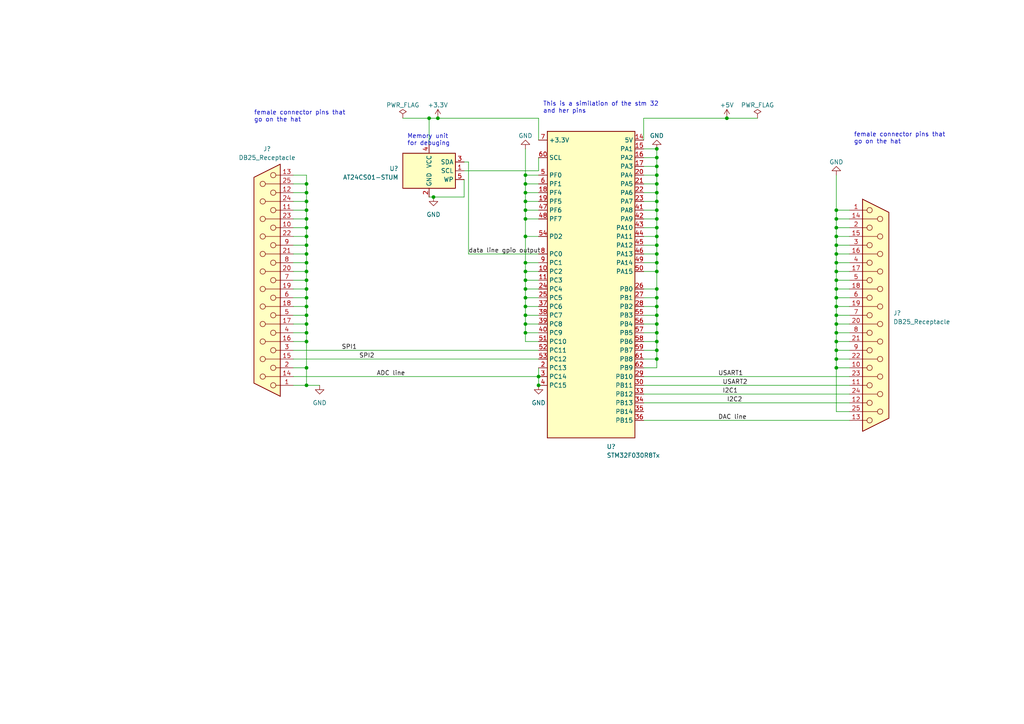
<source format=kicad_sch>
(kicad_sch (version 20230121) (generator eeschema)

  (uuid b6756254-7cd4-410d-9d5e-c1e3274b25c1)

  (paper "A4")

  (lib_symbols
    (symbol "Custom spi connector:DB25_Receptacle" (pin_names (offset 1.016) hide) (in_bom yes) (on_board yes)
      (property "Reference" "J" (at 0 34.29 0)
        (effects (font (size 1.27 1.27)))
      )
      (property "Value" "DB25_Receptacle" (at 0 -34.925 0)
        (effects (font (size 1.27 1.27)))
      )
      (property "Footprint" "" (at 0 0 0)
        (effects (font (size 1.27 1.27)) hide)
      )
      (property "Datasheet" " ~" (at 0 0 0)
        (effects (font (size 1.27 1.27)) hide)
      )
      (property "ki_keywords" "female receptacle D-SUB connector" (at 0 0 0)
        (effects (font (size 1.27 1.27)) hide)
      )
      (property "ki_description" "25-pin female receptacle socket D-SUB connector" (at 0 0 0)
        (effects (font (size 1.27 1.27)) hide)
      )
      (property "ki_fp_filters" "DSUB*Female*" (at 0 0 0)
        (effects (font (size 1.27 1.27)) hide)
      )
      (symbol "DB25_Receptacle_0_1"
        (circle (center -1.778 -30.48) (radius 0.762)
          (stroke (width 0) (type default))
          (fill (type none))
        )
        (circle (center -1.778 -25.4) (radius 0.762)
          (stroke (width 0) (type default))
          (fill (type none))
        )
        (circle (center -1.778 -20.32) (radius 0.762)
          (stroke (width 0) (type default))
          (fill (type none))
        )
        (circle (center -1.778 -15.24) (radius 0.762)
          (stroke (width 0) (type default))
          (fill (type none))
        )
        (circle (center -1.778 -10.16) (radius 0.762)
          (stroke (width 0) (type default))
          (fill (type none))
        )
        (circle (center -1.778 -5.08) (radius 0.762)
          (stroke (width 0) (type default))
          (fill (type none))
        )
        (circle (center -1.778 0) (radius 0.762)
          (stroke (width 0) (type default))
          (fill (type none))
        )
        (circle (center -1.778 5.08) (radius 0.762)
          (stroke (width 0) (type default))
          (fill (type none))
        )
        (circle (center -1.778 10.16) (radius 0.762)
          (stroke (width 0) (type default))
          (fill (type none))
        )
        (circle (center -1.778 15.24) (radius 0.762)
          (stroke (width 0) (type default))
          (fill (type none))
        )
        (circle (center -1.778 20.32) (radius 0.762)
          (stroke (width 0) (type default))
          (fill (type none))
        )
        (circle (center -1.778 25.4) (radius 0.762)
          (stroke (width 0) (type default))
          (fill (type none))
        )
        (circle (center -1.778 30.48) (radius 0.762)
          (stroke (width 0) (type default))
          (fill (type none))
        )
        (polyline
          (pts
            (xy -3.81 -30.48)
            (xy -2.54 -30.48)
          )
          (stroke (width 0) (type default))
          (fill (type none))
        )
        (polyline
          (pts
            (xy -3.81 -27.94)
            (xy 0.508 -27.94)
          )
          (stroke (width 0) (type default))
          (fill (type none))
        )
        (polyline
          (pts
            (xy -3.81 -25.4)
            (xy -2.54 -25.4)
          )
          (stroke (width 0) (type default))
          (fill (type none))
        )
        (polyline
          (pts
            (xy -3.81 -22.86)
            (xy 0.508 -22.86)
          )
          (stroke (width 0) (type default))
          (fill (type none))
        )
        (polyline
          (pts
            (xy -3.81 -20.32)
            (xy -2.54 -20.32)
          )
          (stroke (width 0) (type default))
          (fill (type none))
        )
        (polyline
          (pts
            (xy -3.81 -17.78)
            (xy 0.508 -17.78)
          )
          (stroke (width 0) (type default))
          (fill (type none))
        )
        (polyline
          (pts
            (xy -3.81 -15.24)
            (xy -2.54 -15.24)
          )
          (stroke (width 0) (type default))
          (fill (type none))
        )
        (polyline
          (pts
            (xy -3.81 -12.7)
            (xy 0.508 -12.7)
          )
          (stroke (width 0) (type default))
          (fill (type none))
        )
        (polyline
          (pts
            (xy -3.81 -10.16)
            (xy -2.54 -10.16)
          )
          (stroke (width 0) (type default))
          (fill (type none))
        )
        (polyline
          (pts
            (xy -3.81 -7.62)
            (xy 0.508 -7.62)
          )
          (stroke (width 0) (type default))
          (fill (type none))
        )
        (polyline
          (pts
            (xy -3.81 -5.08)
            (xy -2.54 -5.08)
          )
          (stroke (width 0) (type default))
          (fill (type none))
        )
        (polyline
          (pts
            (xy -3.81 -2.54)
            (xy 0.508 -2.54)
          )
          (stroke (width 0) (type default))
          (fill (type none))
        )
        (polyline
          (pts
            (xy -3.81 0)
            (xy -2.54 0)
          )
          (stroke (width 0) (type default))
          (fill (type none))
        )
        (polyline
          (pts
            (xy -3.81 2.54)
            (xy 0.508 2.54)
          )
          (stroke (width 0) (type default))
          (fill (type none))
        )
        (polyline
          (pts
            (xy -3.81 5.08)
            (xy -2.54 5.08)
          )
          (stroke (width 0) (type default))
          (fill (type none))
        )
        (polyline
          (pts
            (xy -3.81 7.62)
            (xy 0.508 7.62)
          )
          (stroke (width 0) (type default))
          (fill (type none))
        )
        (polyline
          (pts
            (xy -3.81 10.16)
            (xy -2.54 10.16)
          )
          (stroke (width 0) (type default))
          (fill (type none))
        )
        (polyline
          (pts
            (xy -3.81 12.7)
            (xy 0.508 12.7)
          )
          (stroke (width 0) (type default))
          (fill (type none))
        )
        (polyline
          (pts
            (xy -3.81 15.24)
            (xy -2.54 15.24)
          )
          (stroke (width 0) (type default))
          (fill (type none))
        )
        (polyline
          (pts
            (xy -3.81 17.78)
            (xy 0.508 17.78)
          )
          (stroke (width 0) (type default))
          (fill (type none))
        )
        (polyline
          (pts
            (xy -3.81 20.32)
            (xy -2.54 20.32)
          )
          (stroke (width 0) (type default))
          (fill (type none))
        )
        (polyline
          (pts
            (xy -3.81 22.86)
            (xy 0.508 22.86)
          )
          (stroke (width 0) (type default))
          (fill (type none))
        )
        (polyline
          (pts
            (xy -3.81 25.4)
            (xy -2.54 25.4)
          )
          (stroke (width 0) (type default))
          (fill (type none))
        )
        (polyline
          (pts
            (xy -3.81 27.94)
            (xy 0.508 27.94)
          )
          (stroke (width 0) (type default))
          (fill (type none))
        )
        (polyline
          (pts
            (xy -3.81 30.48)
            (xy -2.54 30.48)
          )
          (stroke (width 0) (type default))
          (fill (type none))
        )
        (polyline
          (pts
            (xy -3.81 33.655)
            (xy 3.81 29.845)
            (xy 3.81 -29.845)
            (xy -3.81 -33.655)
            (xy -3.81 33.655)
          )
          (stroke (width 0.254) (type default))
          (fill (type background))
        )
        (circle (center 1.27 -27.94) (radius 0.762)
          (stroke (width 0) (type default))
          (fill (type none))
        )
        (circle (center 1.27 -22.86) (radius 0.762)
          (stroke (width 0) (type default))
          (fill (type none))
        )
        (circle (center 1.27 -17.78) (radius 0.762)
          (stroke (width 0) (type default))
          (fill (type none))
        )
        (circle (center 1.27 -12.7) (radius 0.762)
          (stroke (width 0) (type default))
          (fill (type none))
        )
        (circle (center 1.27 -7.62) (radius 0.762)
          (stroke (width 0) (type default))
          (fill (type none))
        )
        (circle (center 1.27 -2.54) (radius 0.762)
          (stroke (width 0) (type default))
          (fill (type none))
        )
        (circle (center 1.27 2.54) (radius 0.762)
          (stroke (width 0) (type default))
          (fill (type none))
        )
        (circle (center 1.27 7.62) (radius 0.762)
          (stroke (width 0) (type default))
          (fill (type none))
        )
        (circle (center 1.27 12.7) (radius 0.762)
          (stroke (width 0) (type default))
          (fill (type none))
        )
        (circle (center 1.27 17.78) (radius 0.762)
          (stroke (width 0) (type default))
          (fill (type none))
        )
        (circle (center 1.27 22.86) (radius 0.762)
          (stroke (width 0) (type default))
          (fill (type none))
        )
        (circle (center 1.27 27.94) (radius 0.762)
          (stroke (width 0) (type default))
          (fill (type none))
        )
      )
      (symbol "DB25_Receptacle_1_1"
        (pin passive line (at -7.62 30.48 0) (length 3.81)
          (name "1" (effects (font (size 1.27 1.27))))
          (number "1" (effects (font (size 1.27 1.27))))
        )
        (pin passive line (at -7.62 -15.24 0) (length 3.81)
          (name "10" (effects (font (size 1.27 1.27))))
          (number "10" (effects (font (size 1.27 1.27))))
        )
        (pin passive line (at -7.62 -20.32 0) (length 3.81)
          (name "11" (effects (font (size 1.27 1.27))))
          (number "11" (effects (font (size 1.27 1.27))))
        )
        (pin passive line (at -7.62 -25.4 0) (length 3.81)
          (name "12" (effects (font (size 1.27 1.27))))
          (number "12" (effects (font (size 1.27 1.27))))
        )
        (pin passive line (at -7.62 -30.48 0) (length 3.81)
          (name "13" (effects (font (size 1.27 1.27))))
          (number "13" (effects (font (size 1.27 1.27))))
        )
        (pin passive line (at -7.62 27.94 0) (length 3.81)
          (name "P14" (effects (font (size 1.27 1.27))))
          (number "14" (effects (font (size 1.27 1.27))))
        )
        (pin passive line (at -7.62 22.86 0) (length 3.81)
          (name "P15" (effects (font (size 1.27 1.27))))
          (number "15" (effects (font (size 1.27 1.27))))
        )
        (pin passive line (at -7.62 17.78 0) (length 3.81)
          (name "P16" (effects (font (size 1.27 1.27))))
          (number "16" (effects (font (size 1.27 1.27))))
        )
        (pin passive line (at -7.62 12.7 0) (length 3.81)
          (name "P17" (effects (font (size 1.27 1.27))))
          (number "17" (effects (font (size 1.27 1.27))))
        )
        (pin passive line (at -7.62 7.62 0) (length 3.81)
          (name "P18" (effects (font (size 1.27 1.27))))
          (number "18" (effects (font (size 1.27 1.27))))
        )
        (pin passive line (at -7.62 2.54 0) (length 3.81)
          (name "P19" (effects (font (size 1.27 1.27))))
          (number "19" (effects (font (size 1.27 1.27))))
        )
        (pin passive line (at -7.62 25.4 0) (length 3.81)
          (name "2" (effects (font (size 1.27 1.27))))
          (number "2" (effects (font (size 1.27 1.27))))
        )
        (pin passive line (at -7.62 -2.54 0) (length 3.81)
          (name "P20" (effects (font (size 1.27 1.27))))
          (number "20" (effects (font (size 1.27 1.27))))
        )
        (pin passive line (at -7.62 -7.62 0) (length 3.81)
          (name "P21" (effects (font (size 1.27 1.27))))
          (number "21" (effects (font (size 1.27 1.27))))
        )
        (pin passive line (at -7.62 -12.7 0) (length 3.81)
          (name "P22" (effects (font (size 1.27 1.27))))
          (number "22" (effects (font (size 1.27 1.27))))
        )
        (pin passive line (at -7.62 -17.78 0) (length 3.81)
          (name "P23" (effects (font (size 1.27 1.27))))
          (number "23" (effects (font (size 1.27 1.27))))
        )
        (pin passive line (at -7.62 -22.86 0) (length 3.81)
          (name "P24" (effects (font (size 1.27 1.27))))
          (number "24" (effects (font (size 1.27 1.27))))
        )
        (pin passive line (at -7.62 -27.94 0) (length 3.81)
          (name "P25" (effects (font (size 1.27 1.27))))
          (number "25" (effects (font (size 1.27 1.27))))
        )
        (pin passive line (at -7.62 20.32 0) (length 3.81)
          (name "3" (effects (font (size 1.27 1.27))))
          (number "3" (effects (font (size 1.27 1.27))))
        )
        (pin passive line (at -7.62 15.24 0) (length 3.81)
          (name "4" (effects (font (size 1.27 1.27))))
          (number "4" (effects (font (size 1.27 1.27))))
        )
        (pin passive line (at -7.62 10.16 0) (length 3.81)
          (name "5" (effects (font (size 1.27 1.27))))
          (number "5" (effects (font (size 1.27 1.27))))
        )
        (pin passive line (at -7.62 5.08 0) (length 3.81)
          (name "6" (effects (font (size 1.27 1.27))))
          (number "6" (effects (font (size 1.27 1.27))))
        )
        (pin passive line (at -7.62 0 0) (length 3.81)
          (name "7" (effects (font (size 1.27 1.27))))
          (number "7" (effects (font (size 1.27 1.27))))
        )
        (pin passive line (at -7.62 -5.08 0) (length 3.81)
          (name "8" (effects (font (size 1.27 1.27))))
          (number "8" (effects (font (size 1.27 1.27))))
        )
        (pin passive line (at -7.62 -10.16 0) (length 3.81)
          (name "9" (effects (font (size 1.27 1.27))))
          (number "9" (effects (font (size 1.27 1.27))))
        )
      )
    )
    (symbol "MCU_ST_STM32F0:STM32F030R8Tx" (in_bom yes) (on_board yes)
      (property "Reference" "U2" (at 4.4959 -45.72 0)
        (effects (font (size 1.27 1.27)) (justify left))
      )
      (property "Value" "STM32F030R8Tx" (at 4.4959 -48.26 0)
        (effects (font (size 1.27 1.27)) (justify left))
      )
      (property "Footprint" "Package_QFP:LQFP-64_10x10mm_P0.5mm" (at -12.7 -43.18 0)
        (effects (font (size 1.27 1.27)) (justify right) hide)
      )
      (property "Datasheet" "https://www.st.com/resource/en/datasheet/stm32f030r8.pdf" (at 0 0 0)
        (effects (font (size 1.27 1.27)) hide)
      )
      (property "ki_locked" "" (at 0 0 0)
        (effects (font (size 1.27 1.27)))
      )
      (property "ki_keywords" "Arm Cortex-M0 STM32F0 STM32F0x0 Value Line" (at 0 0 0)
        (effects (font (size 1.27 1.27)) hide)
      )
      (property "ki_description" "STMicroelectronics Arm Cortex-M0 MCU, 64KB flash, 8KB RAM, 48 MHz, 2.4-3.6V, 55 GPIO, LQFP64" (at 0 0 0)
        (effects (font (size 1.27 1.27)) hide)
      )
      (property "ki_fp_filters" "LQFP*10x10mm*P0.5mm*" (at 0 0 0)
        (effects (font (size 1.27 1.27)) hide)
      )
      (symbol "STM32F030R8Tx_0_1"
        (rectangle (start -12.7 45.72) (end 12.7 -43.18)
          (stroke (width 0.254) (type default))
          (fill (type background))
        )
      )
      (symbol "STM32F030R8Tx_1_1"
        (pin bidirectional line (at -15.24 5.08 0) (length 2.54)
          (name "PC2" (effects (font (size 1.27 1.27))))
          (number "10" (effects (font (size 1.27 1.27))))
          (alternate "ADC_IN12" bidirectional line)
        )
        (pin bidirectional line (at -15.24 2.54 0) (length 2.54)
          (name "PC3" (effects (font (size 1.27 1.27))))
          (number "11" (effects (font (size 1.27 1.27))))
          (alternate "ADC_IN13" bidirectional line)
        )
        (pin bidirectional line (at 15.24 43.18 180) (length 2.54)
          (name "5V" (effects (font (size 1.27 1.27))))
          (number "14" (effects (font (size 1.27 1.27))))
          (alternate "ADC_IN0" bidirectional line)
          (alternate "RTC_TAMP2" bidirectional line)
          (alternate "SYS_WKUP1" bidirectional line)
          (alternate "USART2_CTS" bidirectional line)
        )
        (pin bidirectional line (at 15.24 40.64 180) (length 2.54)
          (name "PA1" (effects (font (size 1.27 1.27))))
          (number "15" (effects (font (size 1.27 1.27))))
          (alternate "ADC_IN1" bidirectional line)
          (alternate "USART2_DE" bidirectional line)
          (alternate "USART2_RTS" bidirectional line)
        )
        (pin bidirectional line (at 15.24 38.1 180) (length 2.54)
          (name "PA2" (effects (font (size 1.27 1.27))))
          (number "16" (effects (font (size 1.27 1.27))))
          (alternate "ADC_IN2" bidirectional line)
          (alternate "TIM15_CH1" bidirectional line)
          (alternate "USART2_TX" bidirectional line)
        )
        (pin bidirectional line (at 15.24 35.56 180) (length 2.54)
          (name "PA3" (effects (font (size 1.27 1.27))))
          (number "17" (effects (font (size 1.27 1.27))))
          (alternate "ADC_IN3" bidirectional line)
          (alternate "TIM15_CH2" bidirectional line)
          (alternate "USART2_RX" bidirectional line)
        )
        (pin bidirectional line (at -15.24 27.94 0) (length 2.54)
          (name "PF4" (effects (font (size 1.27 1.27))))
          (number "18" (effects (font (size 1.27 1.27))))
        )
        (pin bidirectional line (at -15.24 25.4 0) (length 2.54)
          (name "PF5" (effects (font (size 1.27 1.27))))
          (number "19" (effects (font (size 1.27 1.27))))
        )
        (pin bidirectional line (at -15.24 -22.86 0) (length 2.54)
          (name "PC13" (effects (font (size 1.27 1.27))))
          (number "2" (effects (font (size 1.27 1.27))))
          (alternate "RTC_OUT_ALARM" bidirectional line)
          (alternate "RTC_OUT_CALIB" bidirectional line)
          (alternate "RTC_TAMP1" bidirectional line)
          (alternate "RTC_TS" bidirectional line)
          (alternate "SYS_WKUP2" bidirectional line)
        )
        (pin bidirectional line (at 15.24 33.02 180) (length 2.54)
          (name "PA4" (effects (font (size 1.27 1.27))))
          (number "20" (effects (font (size 1.27 1.27))))
          (alternate "ADC_IN4" bidirectional line)
          (alternate "SPI1_NSS" bidirectional line)
          (alternate "TIM14_CH1" bidirectional line)
          (alternate "USART2_CK" bidirectional line)
        )
        (pin bidirectional line (at 15.24 30.48 180) (length 2.54)
          (name "PA5" (effects (font (size 1.27 1.27))))
          (number "21" (effects (font (size 1.27 1.27))))
          (alternate "ADC_IN5" bidirectional line)
          (alternate "SPI1_SCK" bidirectional line)
        )
        (pin bidirectional line (at 15.24 27.94 180) (length 2.54)
          (name "PA6" (effects (font (size 1.27 1.27))))
          (number "22" (effects (font (size 1.27 1.27))))
          (alternate "ADC_IN6" bidirectional line)
          (alternate "SPI1_MISO" bidirectional line)
          (alternate "TIM16_CH1" bidirectional line)
          (alternate "TIM1_BKIN" bidirectional line)
          (alternate "TIM3_CH1" bidirectional line)
        )
        (pin bidirectional line (at 15.24 25.4 180) (length 2.54)
          (name "PA7" (effects (font (size 1.27 1.27))))
          (number "23" (effects (font (size 1.27 1.27))))
          (alternate "ADC_IN7" bidirectional line)
          (alternate "SPI1_MOSI" bidirectional line)
          (alternate "TIM14_CH1" bidirectional line)
          (alternate "TIM17_CH1" bidirectional line)
          (alternate "TIM1_CH1N" bidirectional line)
          (alternate "TIM3_CH2" bidirectional line)
        )
        (pin bidirectional line (at -15.24 0 0) (length 2.54)
          (name "PC4" (effects (font (size 1.27 1.27))))
          (number "24" (effects (font (size 1.27 1.27))))
          (alternate "ADC_IN14" bidirectional line)
        )
        (pin bidirectional line (at -15.24 -2.54 0) (length 2.54)
          (name "PC5" (effects (font (size 1.27 1.27))))
          (number "25" (effects (font (size 1.27 1.27))))
          (alternate "ADC_IN15" bidirectional line)
        )
        (pin bidirectional line (at 15.24 0 180) (length 2.54)
          (name "PB0" (effects (font (size 1.27 1.27))))
          (number "26" (effects (font (size 1.27 1.27))))
          (alternate "ADC_IN8" bidirectional line)
          (alternate "TIM1_CH2N" bidirectional line)
          (alternate "TIM3_CH3" bidirectional line)
        )
        (pin bidirectional line (at 15.24 -2.54 180) (length 2.54)
          (name "PB1" (effects (font (size 1.27 1.27))))
          (number "27" (effects (font (size 1.27 1.27))))
          (alternate "ADC_IN9" bidirectional line)
          (alternate "TIM14_CH1" bidirectional line)
          (alternate "TIM1_CH3N" bidirectional line)
          (alternate "TIM3_CH4" bidirectional line)
        )
        (pin bidirectional line (at 15.24 -5.08 180) (length 2.54)
          (name "PB2" (effects (font (size 1.27 1.27))))
          (number "28" (effects (font (size 1.27 1.27))))
        )
        (pin bidirectional line (at 15.24 -25.4 180) (length 2.54)
          (name "PB10" (effects (font (size 1.27 1.27))))
          (number "29" (effects (font (size 1.27 1.27))))
          (alternate "I2C2_SCL" bidirectional line)
        )
        (pin bidirectional line (at -15.24 -25.4 0) (length 2.54)
          (name "PC14" (effects (font (size 1.27 1.27))))
          (number "3" (effects (font (size 1.27 1.27))))
          (alternate "RCC_OSC32_IN" bidirectional line)
        )
        (pin bidirectional line (at 15.24 -27.94 180) (length 2.54)
          (name "PB11" (effects (font (size 1.27 1.27))))
          (number "30" (effects (font (size 1.27 1.27))))
          (alternate "I2C2_SDA" bidirectional line)
        )
        (pin bidirectional line (at 15.24 -30.48 180) (length 2.54)
          (name "PB12" (effects (font (size 1.27 1.27))))
          (number "33" (effects (font (size 1.27 1.27))))
          (alternate "SPI2_NSS" bidirectional line)
          (alternate "TIM1_BKIN" bidirectional line)
        )
        (pin bidirectional line (at 15.24 -33.02 180) (length 2.54)
          (name "PB13" (effects (font (size 1.27 1.27))))
          (number "34" (effects (font (size 1.27 1.27))))
          (alternate "SPI2_SCK" bidirectional line)
          (alternate "TIM1_CH1N" bidirectional line)
        )
        (pin bidirectional line (at 15.24 -35.56 180) (length 2.54)
          (name "PB14" (effects (font (size 1.27 1.27))))
          (number "35" (effects (font (size 1.27 1.27))))
          (alternate "SPI2_MISO" bidirectional line)
          (alternate "TIM15_CH1" bidirectional line)
          (alternate "TIM1_CH2N" bidirectional line)
        )
        (pin bidirectional line (at 15.24 -38.1 180) (length 2.54)
          (name "PB15" (effects (font (size 1.27 1.27))))
          (number "36" (effects (font (size 1.27 1.27))))
          (alternate "RTC_REFIN" bidirectional line)
          (alternate "SPI2_MOSI" bidirectional line)
          (alternate "TIM15_CH1N" bidirectional line)
          (alternate "TIM15_CH2" bidirectional line)
          (alternate "TIM1_CH3N" bidirectional line)
        )
        (pin bidirectional line (at -15.24 -5.08 0) (length 2.54)
          (name "PC6" (effects (font (size 1.27 1.27))))
          (number "37" (effects (font (size 1.27 1.27))))
          (alternate "TIM3_CH1" bidirectional line)
        )
        (pin bidirectional line (at -15.24 -7.62 0) (length 2.54)
          (name "PC7" (effects (font (size 1.27 1.27))))
          (number "38" (effects (font (size 1.27 1.27))))
          (alternate "TIM3_CH2" bidirectional line)
        )
        (pin bidirectional line (at -15.24 -10.16 0) (length 2.54)
          (name "PC8" (effects (font (size 1.27 1.27))))
          (number "39" (effects (font (size 1.27 1.27))))
          (alternate "TIM3_CH3" bidirectional line)
        )
        (pin bidirectional line (at -15.24 -27.94 0) (length 2.54)
          (name "PC15" (effects (font (size 1.27 1.27))))
          (number "4" (effects (font (size 1.27 1.27))))
          (alternate "RCC_OSC32_OUT" bidirectional line)
        )
        (pin bidirectional line (at -15.24 -12.7 0) (length 2.54)
          (name "PC9" (effects (font (size 1.27 1.27))))
          (number "40" (effects (font (size 1.27 1.27))))
          (alternate "TIM3_CH4" bidirectional line)
        )
        (pin bidirectional line (at 15.24 22.86 180) (length 2.54)
          (name "PA8" (effects (font (size 1.27 1.27))))
          (number "41" (effects (font (size 1.27 1.27))))
          (alternate "RCC_MCO" bidirectional line)
          (alternate "TIM1_CH1" bidirectional line)
          (alternate "USART1_CK" bidirectional line)
        )
        (pin bidirectional line (at 15.24 20.32 180) (length 2.54)
          (name "PA9" (effects (font (size 1.27 1.27))))
          (number "42" (effects (font (size 1.27 1.27))))
          (alternate "TIM15_BKIN" bidirectional line)
          (alternate "TIM1_CH2" bidirectional line)
          (alternate "USART1_TX" bidirectional line)
        )
        (pin bidirectional line (at 15.24 17.78 180) (length 2.54)
          (name "PA10" (effects (font (size 1.27 1.27))))
          (number "43" (effects (font (size 1.27 1.27))))
          (alternate "TIM17_BKIN" bidirectional line)
          (alternate "TIM1_CH3" bidirectional line)
          (alternate "USART1_RX" bidirectional line)
        )
        (pin bidirectional line (at 15.24 15.24 180) (length 2.54)
          (name "PA11" (effects (font (size 1.27 1.27))))
          (number "44" (effects (font (size 1.27 1.27))))
          (alternate "TIM1_CH4" bidirectional line)
          (alternate "USART1_CTS" bidirectional line)
        )
        (pin bidirectional line (at 15.24 12.7 180) (length 2.54)
          (name "PA12" (effects (font (size 1.27 1.27))))
          (number "45" (effects (font (size 1.27 1.27))))
          (alternate "TIM1_ETR" bidirectional line)
          (alternate "USART1_DE" bidirectional line)
          (alternate "USART1_RTS" bidirectional line)
        )
        (pin bidirectional line (at 15.24 10.16 180) (length 2.54)
          (name "PA13" (effects (font (size 1.27 1.27))))
          (number "46" (effects (font (size 1.27 1.27))))
          (alternate "IR_OUT" bidirectional line)
          (alternate "SYS_SWDIO" bidirectional line)
        )
        (pin bidirectional line (at -15.24 22.86 0) (length 2.54)
          (name "PF6" (effects (font (size 1.27 1.27))))
          (number "47" (effects (font (size 1.27 1.27))))
          (alternate "I2C2_SCL" bidirectional line)
        )
        (pin bidirectional line (at -15.24 20.32 0) (length 2.54)
          (name "PF7" (effects (font (size 1.27 1.27))))
          (number "48" (effects (font (size 1.27 1.27))))
          (alternate "I2C2_SDA" bidirectional line)
        )
        (pin bidirectional line (at 15.24 7.62 180) (length 2.54)
          (name "PA14" (effects (font (size 1.27 1.27))))
          (number "49" (effects (font (size 1.27 1.27))))
          (alternate "SYS_SWCLK" bidirectional line)
          (alternate "USART2_TX" bidirectional line)
        )
        (pin bidirectional line (at -15.24 33.02 0) (length 2.54)
          (name "PF0" (effects (font (size 1.27 1.27))))
          (number "5" (effects (font (size 1.27 1.27))))
          (alternate "RCC_OSC_IN" bidirectional line)
        )
        (pin bidirectional line (at 15.24 5.08 180) (length 2.54)
          (name "PA15" (effects (font (size 1.27 1.27))))
          (number "50" (effects (font (size 1.27 1.27))))
          (alternate "SPI1_NSS" bidirectional line)
          (alternate "USART2_RX" bidirectional line)
        )
        (pin bidirectional line (at -15.24 -15.24 0) (length 2.54)
          (name "PC10" (effects (font (size 1.27 1.27))))
          (number "51" (effects (font (size 1.27 1.27))))
        )
        (pin bidirectional line (at -15.24 -17.78 0) (length 2.54)
          (name "PC11" (effects (font (size 1.27 1.27))))
          (number "52" (effects (font (size 1.27 1.27))))
        )
        (pin bidirectional line (at -15.24 -20.32 0) (length 2.54)
          (name "PC12" (effects (font (size 1.27 1.27))))
          (number "53" (effects (font (size 1.27 1.27))))
        )
        (pin bidirectional line (at -15.24 15.24 0) (length 2.54)
          (name "PD2" (effects (font (size 1.27 1.27))))
          (number "54" (effects (font (size 1.27 1.27))))
          (alternate "TIM3_ETR" bidirectional line)
        )
        (pin bidirectional line (at 15.24 -7.62 180) (length 2.54)
          (name "PB3" (effects (font (size 1.27 1.27))))
          (number "55" (effects (font (size 1.27 1.27))))
          (alternate "SPI1_SCK" bidirectional line)
        )
        (pin bidirectional line (at 15.24 -10.16 180) (length 2.54)
          (name "PB4" (effects (font (size 1.27 1.27))))
          (number "56" (effects (font (size 1.27 1.27))))
          (alternate "SPI1_MISO" bidirectional line)
          (alternate "TIM3_CH1" bidirectional line)
        )
        (pin bidirectional line (at 15.24 -12.7 180) (length 2.54)
          (name "PB5" (effects (font (size 1.27 1.27))))
          (number "57" (effects (font (size 1.27 1.27))))
          (alternate "I2C1_SMBA" bidirectional line)
          (alternate "SPI1_MOSI" bidirectional line)
          (alternate "TIM16_BKIN" bidirectional line)
          (alternate "TIM3_CH2" bidirectional line)
        )
        (pin bidirectional line (at 15.24 -15.24 180) (length 2.54)
          (name "PB6" (effects (font (size 1.27 1.27))))
          (number "58" (effects (font (size 1.27 1.27))))
          (alternate "I2C1_SCL" bidirectional line)
          (alternate "TIM16_CH1N" bidirectional line)
          (alternate "USART1_TX" bidirectional line)
        )
        (pin bidirectional line (at 15.24 -17.78 180) (length 2.54)
          (name "PB7" (effects (font (size 1.27 1.27))))
          (number "59" (effects (font (size 1.27 1.27))))
          (alternate "I2C1_SDA" bidirectional line)
          (alternate "TIM17_CH1N" bidirectional line)
          (alternate "USART1_RX" bidirectional line)
        )
        (pin bidirectional line (at -15.24 30.48 0) (length 2.54)
          (name "PF1" (effects (font (size 1.27 1.27))))
          (number "6" (effects (font (size 1.27 1.27))))
          (alternate "RCC_OSC_OUT" bidirectional line)
        )
        (pin input line (at -15.24 38.1 0) (length 2.54)
          (name "SCL" (effects (font (size 1.27 1.27))))
          (number "60" (effects (font (size 1.27 1.27))))
        )
        (pin bidirectional line (at 15.24 -20.32 180) (length 2.54)
          (name "PB8" (effects (font (size 1.27 1.27))))
          (number "61" (effects (font (size 1.27 1.27))))
          (alternate "I2C1_SCL" bidirectional line)
          (alternate "TIM16_CH1" bidirectional line)
        )
        (pin bidirectional line (at 15.24 -22.86 180) (length 2.54)
          (name "PB9" (effects (font (size 1.27 1.27))))
          (number "62" (effects (font (size 1.27 1.27))))
          (alternate "I2C1_SDA" bidirectional line)
          (alternate "IR_OUT" bidirectional line)
          (alternate "TIM17_CH1" bidirectional line)
        )
        (pin passive line (at 0 -45.72 90) (length 2.54) hide
          (name "VSS" (effects (font (size 1.27 1.27))))
          (number "63" (effects (font (size 1.27 1.27))))
        )
        (pin input line (at -15.24 43.18 0) (length 2.54)
          (name "+3.3V" (effects (font (size 1.27 1.27))))
          (number "7" (effects (font (size 1.27 1.27))))
        )
        (pin bidirectional line (at -15.24 10.16 0) (length 2.54)
          (name "PC0" (effects (font (size 1.27 1.27))))
          (number "8" (effects (font (size 1.27 1.27))))
          (alternate "ADC_IN10" bidirectional line)
        )
        (pin bidirectional line (at -15.24 7.62 0) (length 2.54)
          (name "PC1" (effects (font (size 1.27 1.27))))
          (number "9" (effects (font (size 1.27 1.27))))
          (alternate "ADC_IN11" bidirectional line)
        )
      )
    )
    (symbol "Memory_EEPROM:AT24CS01-STUM" (in_bom yes) (on_board yes)
      (property "Reference" "U" (at -7.62 6.35 0)
        (effects (font (size 1.27 1.27)))
      )
      (property "Value" "AT24CS01-STUM" (at 2.54 -6.35 0)
        (effects (font (size 1.27 1.27)) (justify left))
      )
      (property "Footprint" "Package_TO_SOT_SMD:SOT-23-5" (at 0 0 0)
        (effects (font (size 1.27 1.27)) hide)
      )
      (property "Datasheet" "http://ww1.microchip.com/downloads/en/DeviceDoc/Atmel-8815-SEEPROM-AT24CS01-02-Datasheet.pdf" (at 0 0 0)
        (effects (font (size 1.27 1.27)) hide)
      )
      (property "ki_keywords" "I2C Serial EEPROM Nonvolatile Memory" (at 0 0 0)
        (effects (font (size 1.27 1.27)) hide)
      )
      (property "ki_description" "I2C Serial EEPROM, 1Kb (128x8) with Unique Serial Number, SOT-23-5" (at 0 0 0)
        (effects (font (size 1.27 1.27)) hide)
      )
      (property "ki_fp_filters" "SOT?23*" (at 0 0 0)
        (effects (font (size 1.27 1.27)) hide)
      )
      (symbol "AT24CS01-STUM_1_1"
        (rectangle (start -7.62 5.08) (end 7.62 -5.08)
          (stroke (width 0.254) (type default))
          (fill (type background))
        )
        (pin input line (at 10.16 0 180) (length 2.54)
          (name "SCL" (effects (font (size 1.27 1.27))))
          (number "1" (effects (font (size 1.27 1.27))))
        )
        (pin power_in line (at 0 -7.62 90) (length 2.54)
          (name "GND" (effects (font (size 1.27 1.27))))
          (number "2" (effects (font (size 1.27 1.27))))
        )
        (pin bidirectional line (at 10.16 2.54 180) (length 2.54)
          (name "SDA" (effects (font (size 1.27 1.27))))
          (number "3" (effects (font (size 1.27 1.27))))
        )
        (pin power_in line (at 0 7.62 270) (length 2.54)
          (name "VCC" (effects (font (size 1.27 1.27))))
          (number "4" (effects (font (size 1.27 1.27))))
        )
        (pin input line (at 10.16 -2.54 180) (length 2.54)
          (name "WP" (effects (font (size 1.27 1.27))))
          (number "5" (effects (font (size 1.27 1.27))))
        )
      )
    )
    (symbol "power:+3.3V" (power) (pin_names (offset 0)) (in_bom yes) (on_board yes)
      (property "Reference" "#PWR" (at 0 -3.81 0)
        (effects (font (size 1.27 1.27)) hide)
      )
      (property "Value" "+3.3V" (at 0 3.556 0)
        (effects (font (size 1.27 1.27)))
      )
      (property "Footprint" "" (at 0 0 0)
        (effects (font (size 1.27 1.27)) hide)
      )
      (property "Datasheet" "" (at 0 0 0)
        (effects (font (size 1.27 1.27)) hide)
      )
      (property "ki_keywords" "global power" (at 0 0 0)
        (effects (font (size 1.27 1.27)) hide)
      )
      (property "ki_description" "Power symbol creates a global label with name \"+3.3V\"" (at 0 0 0)
        (effects (font (size 1.27 1.27)) hide)
      )
      (symbol "+3.3V_0_1"
        (polyline
          (pts
            (xy -0.762 1.27)
            (xy 0 2.54)
          )
          (stroke (width 0) (type default))
          (fill (type none))
        )
        (polyline
          (pts
            (xy 0 0)
            (xy 0 2.54)
          )
          (stroke (width 0) (type default))
          (fill (type none))
        )
        (polyline
          (pts
            (xy 0 2.54)
            (xy 0.762 1.27)
          )
          (stroke (width 0) (type default))
          (fill (type none))
        )
      )
      (symbol "+3.3V_1_1"
        (pin power_in line (at 0 0 90) (length 0) hide
          (name "+3.3V" (effects (font (size 1.27 1.27))))
          (number "1" (effects (font (size 1.27 1.27))))
        )
      )
    )
    (symbol "power:+5V" (power) (pin_names (offset 0)) (in_bom yes) (on_board yes)
      (property "Reference" "#PWR" (at 0 -3.81 0)
        (effects (font (size 1.27 1.27)) hide)
      )
      (property "Value" "+5V" (at 0 3.556 0)
        (effects (font (size 1.27 1.27)))
      )
      (property "Footprint" "" (at 0 0 0)
        (effects (font (size 1.27 1.27)) hide)
      )
      (property "Datasheet" "" (at 0 0 0)
        (effects (font (size 1.27 1.27)) hide)
      )
      (property "ki_keywords" "global power" (at 0 0 0)
        (effects (font (size 1.27 1.27)) hide)
      )
      (property "ki_description" "Power symbol creates a global label with name \"+5V\"" (at 0 0 0)
        (effects (font (size 1.27 1.27)) hide)
      )
      (symbol "+5V_0_1"
        (polyline
          (pts
            (xy -0.762 1.27)
            (xy 0 2.54)
          )
          (stroke (width 0) (type default))
          (fill (type none))
        )
        (polyline
          (pts
            (xy 0 0)
            (xy 0 2.54)
          )
          (stroke (width 0) (type default))
          (fill (type none))
        )
        (polyline
          (pts
            (xy 0 2.54)
            (xy 0.762 1.27)
          )
          (stroke (width 0) (type default))
          (fill (type none))
        )
      )
      (symbol "+5V_1_1"
        (pin power_in line (at 0 0 90) (length 0) hide
          (name "+5V" (effects (font (size 1.27 1.27))))
          (number "1" (effects (font (size 1.27 1.27))))
        )
      )
    )
    (symbol "power:GND" (power) (pin_names (offset 0)) (in_bom yes) (on_board yes)
      (property "Reference" "#PWR" (at 0 -6.35 0)
        (effects (font (size 1.27 1.27)) hide)
      )
      (property "Value" "GND" (at 0 -3.81 0)
        (effects (font (size 1.27 1.27)))
      )
      (property "Footprint" "" (at 0 0 0)
        (effects (font (size 1.27 1.27)) hide)
      )
      (property "Datasheet" "" (at 0 0 0)
        (effects (font (size 1.27 1.27)) hide)
      )
      (property "ki_keywords" "global power" (at 0 0 0)
        (effects (font (size 1.27 1.27)) hide)
      )
      (property "ki_description" "Power symbol creates a global label with name \"GND\" , ground" (at 0 0 0)
        (effects (font (size 1.27 1.27)) hide)
      )
      (symbol "GND_0_1"
        (polyline
          (pts
            (xy 0 0)
            (xy 0 -1.27)
            (xy 1.27 -1.27)
            (xy 0 -2.54)
            (xy -1.27 -1.27)
            (xy 0 -1.27)
          )
          (stroke (width 0) (type default))
          (fill (type none))
        )
      )
      (symbol "GND_1_1"
        (pin power_in line (at 0 0 270) (length 0) hide
          (name "GND" (effects (font (size 1.27 1.27))))
          (number "1" (effects (font (size 1.27 1.27))))
        )
      )
    )
    (symbol "power:PWR_FLAG" (power) (pin_numbers hide) (pin_names (offset 0) hide) (in_bom yes) (on_board yes)
      (property "Reference" "#FLG" (at 0 1.905 0)
        (effects (font (size 1.27 1.27)) hide)
      )
      (property "Value" "PWR_FLAG" (at 0 3.81 0)
        (effects (font (size 1.27 1.27)))
      )
      (property "Footprint" "" (at 0 0 0)
        (effects (font (size 1.27 1.27)) hide)
      )
      (property "Datasheet" "~" (at 0 0 0)
        (effects (font (size 1.27 1.27)) hide)
      )
      (property "ki_keywords" "flag power" (at 0 0 0)
        (effects (font (size 1.27 1.27)) hide)
      )
      (property "ki_description" "Special symbol for telling ERC where power comes from" (at 0 0 0)
        (effects (font (size 1.27 1.27)) hide)
      )
      (symbol "PWR_FLAG_0_0"
        (pin power_out line (at 0 0 90) (length 0)
          (name "pwr" (effects (font (size 1.27 1.27))))
          (number "1" (effects (font (size 1.27 1.27))))
        )
      )
      (symbol "PWR_FLAG_0_1"
        (polyline
          (pts
            (xy 0 0)
            (xy 0 1.27)
            (xy -1.016 1.905)
            (xy 0 2.54)
            (xy 1.016 1.905)
            (xy 0 1.27)
          )
          (stroke (width 0) (type default))
          (fill (type none))
        )
      )
    )
  )

  (junction (at 242.57 81.28) (diameter 0) (color 0 0 0 0)
    (uuid 003db1f7-5e45-43e5-9903-68ea84313234)
  )
  (junction (at 190.5 71.12) (diameter 0) (color 0 0 0 0)
    (uuid 02d78a83-ccb7-4dfa-95df-c1488c55f4bc)
  )
  (junction (at 190.5 48.26) (diameter 0) (color 0 0 0 0)
    (uuid 03849a19-b76c-4afd-b1cf-aeb39ac4868b)
  )
  (junction (at 190.5 78.74) (diameter 0) (color 0 0 0 0)
    (uuid 07f53be3-05c3-4e5e-8cd3-d7ae4dac1794)
  )
  (junction (at 88.9 96.52) (diameter 0) (color 0 0 0 0)
    (uuid 0c345880-1f71-4439-aeff-5fc3a5d5bd69)
  )
  (junction (at 190.5 99.06) (diameter 0) (color 0 0 0 0)
    (uuid 0c43f2b4-0497-4731-ba2b-ac70950ceeac)
  )
  (junction (at 88.9 93.98) (diameter 0) (color 0 0 0 0)
    (uuid 0db88e00-b820-428b-b24d-e050d0753279)
  )
  (junction (at 242.57 83.82) (diameter 0) (color 0 0 0 0)
    (uuid 0f832756-0639-4806-87ca-5dca405173e0)
  )
  (junction (at 190.5 91.44) (diameter 0) (color 0 0 0 0)
    (uuid 120a4564-b191-4af1-b774-6f290743e5c6)
  )
  (junction (at 88.9 71.12) (diameter 0) (color 0 0 0 0)
    (uuid 132bb792-1ca0-4326-a658-b1ee5dca2c1b)
  )
  (junction (at 152.4 58.42) (diameter 0) (color 0 0 0 0)
    (uuid 13fd67e7-c06c-4df1-be2a-a2b705909ff8)
  )
  (junction (at 152.4 63.5) (diameter 0) (color 0 0 0 0)
    (uuid 18e5a2dd-ea7a-4622-acd6-98a4da985754)
  )
  (junction (at 190.5 104.14) (diameter 0) (color 0 0 0 0)
    (uuid 1b8720a2-ff81-4794-91d5-ecced50f0e38)
  )
  (junction (at 242.57 66.04) (diameter 0) (color 0 0 0 0)
    (uuid 1eb06172-9dbc-4389-b3ab-99e044a6319a)
  )
  (junction (at 190.5 58.42) (diameter 0) (color 0 0 0 0)
    (uuid 1f43772d-7d6e-46e4-8c21-1bcedf85de14)
  )
  (junction (at 88.9 111.76) (diameter 0) (color 0 0 0 0)
    (uuid 20f5c9ec-3a8d-4237-a3d9-f315a7119606)
  )
  (junction (at 190.5 60.96) (diameter 0) (color 0 0 0 0)
    (uuid 26d87dad-56a6-493b-9be7-3e6e78f1fe24)
  )
  (junction (at 152.4 93.98) (diameter 0) (color 0 0 0 0)
    (uuid 27e8b909-192d-461e-982d-a86615ef1ce1)
  )
  (junction (at 152.4 60.96) (diameter 0) (color 0 0 0 0)
    (uuid 290affdb-8131-451e-8f47-5707e949f41b)
  )
  (junction (at 190.5 68.58) (diameter 0) (color 0 0 0 0)
    (uuid 2f671cf7-9460-481c-b80a-177caf185892)
  )
  (junction (at 242.57 76.2) (diameter 0) (color 0 0 0 0)
    (uuid 300d788c-11b4-4eb5-bce5-c51d19a2bda8)
  )
  (junction (at 242.57 104.14) (diameter 0) (color 0 0 0 0)
    (uuid 36fb6c76-7035-407c-af0e-582c316a21ef)
  )
  (junction (at 88.9 91.44) (diameter 0) (color 0 0 0 0)
    (uuid 38422db1-de40-4fdc-8565-3681666d3e64)
  )
  (junction (at 190.5 53.34) (diameter 0) (color 0 0 0 0)
    (uuid 3c146730-6718-4c18-bc99-d809f0c02fea)
  )
  (junction (at 88.9 58.42) (diameter 0) (color 0 0 0 0)
    (uuid 3d8be3e1-4869-488d-b110-c9186671d43f)
  )
  (junction (at 242.57 60.96) (diameter 0) (color 0 0 0 0)
    (uuid 417bc8bf-65bb-4292-afc2-e153abab31da)
  )
  (junction (at 88.9 86.36) (diameter 0) (color 0 0 0 0)
    (uuid 4c6831f6-40e4-42ea-9bfb-cc2d93fd612d)
  )
  (junction (at 190.5 63.5) (diameter 0) (color 0 0 0 0)
    (uuid 4d1cbce5-9949-4b69-895b-86742759cef1)
  )
  (junction (at 88.9 60.96) (diameter 0) (color 0 0 0 0)
    (uuid 4e0910ac-fda0-40c0-9a5a-a7dbcefcb375)
  )
  (junction (at 210.82 34.29) (diameter 0) (color 0 0 0 0)
    (uuid 4f6d227d-a2e5-454d-b4a3-33fd92165c09)
  )
  (junction (at 242.57 78.74) (diameter 0) (color 0 0 0 0)
    (uuid 4fdccf72-be94-490e-b8e6-a2562445d82a)
  )
  (junction (at 242.57 88.9) (diameter 0) (color 0 0 0 0)
    (uuid 52500079-7e94-4fb0-9a1b-b58e59a4ffc4)
  )
  (junction (at 242.57 91.44) (diameter 0) (color 0 0 0 0)
    (uuid 5484143d-5a0e-43a8-a6eb-5ba1f07461de)
  )
  (junction (at 190.5 43.18) (diameter 0) (color 0 0 0 0)
    (uuid 549efb66-a5e0-45eb-b43d-888cc000389b)
  )
  (junction (at 88.9 73.66) (diameter 0) (color 0 0 0 0)
    (uuid 550eecd6-c862-4b6b-9796-589e0b3c69b7)
  )
  (junction (at 152.4 83.82) (diameter 0) (color 0 0 0 0)
    (uuid 57826647-45c8-429b-aff2-6c01e2ae5257)
  )
  (junction (at 190.5 66.04) (diameter 0) (color 0 0 0 0)
    (uuid 5c516dca-11f0-44f0-a831-db3f368deff1)
  )
  (junction (at 152.4 55.88) (diameter 0) (color 0 0 0 0)
    (uuid 603d3b2e-60d6-46fd-a046-0b4589a9057b)
  )
  (junction (at 190.5 45.72) (diameter 0) (color 0 0 0 0)
    (uuid 61934522-10c0-479e-8d5a-3cd29ec749dc)
  )
  (junction (at 190.5 101.6) (diameter 0) (color 0 0 0 0)
    (uuid 62d16051-2e58-4903-b78b-0caad8e77eac)
  )
  (junction (at 88.9 88.9) (diameter 0) (color 0 0 0 0)
    (uuid 6412fda7-4697-4ac3-b3a0-bdd2f133f348)
  )
  (junction (at 242.57 86.36) (diameter 0) (color 0 0 0 0)
    (uuid 64561757-d350-4670-bd26-92f8a50ac169)
  )
  (junction (at 152.4 78.74) (diameter 0) (color 0 0 0 0)
    (uuid 6481d8a1-86d4-4d48-9c68-fb998c1e82e9)
  )
  (junction (at 152.4 76.2) (diameter 0) (color 0 0 0 0)
    (uuid 66025a90-0ba6-47dd-bf43-177279065fc3)
  )
  (junction (at 152.4 91.44) (diameter 0) (color 0 0 0 0)
    (uuid 69e37884-ea62-47ed-8e88-96e7e9fa2f62)
  )
  (junction (at 88.9 99.06) (diameter 0) (color 0 0 0 0)
    (uuid 6c9170ed-28f5-4cfc-b1cf-365c73b03dd6)
  )
  (junction (at 88.9 55.88) (diameter 0) (color 0 0 0 0)
    (uuid 70f66450-2b50-4d38-af1f-fcfb2d988279)
  )
  (junction (at 242.57 68.58) (diameter 0) (color 0 0 0 0)
    (uuid 71d5a5d0-3c11-4204-95d3-c3555edd5234)
  )
  (junction (at 88.9 66.04) (diameter 0) (color 0 0 0 0)
    (uuid 7372ddbe-1be8-4bd3-b916-5330ad00aebd)
  )
  (junction (at 88.9 81.28) (diameter 0) (color 0 0 0 0)
    (uuid 78740667-2aa6-4826-b971-ad21e6860f87)
  )
  (junction (at 242.57 106.68) (diameter 0) (color 0 0 0 0)
    (uuid 7c125fce-66b6-4dac-9081-fba883bdb489)
  )
  (junction (at 190.5 55.88) (diameter 0) (color 0 0 0 0)
    (uuid 7e58cbe3-89b2-48f0-b171-19ff794125af)
  )
  (junction (at 190.5 93.98) (diameter 0) (color 0 0 0 0)
    (uuid 898b7a79-1087-4191-a10e-d647a47d68ad)
  )
  (junction (at 152.4 50.8) (diameter 0) (color 0 0 0 0)
    (uuid 8a0f397b-3157-46cb-b2ca-239a28296167)
  )
  (junction (at 152.4 86.36) (diameter 0) (color 0 0 0 0)
    (uuid 8f322abc-70f7-44aa-8669-c3ab73b82d5f)
  )
  (junction (at 127 34.29) (diameter 0) (color 0 0 0 0)
    (uuid 94069030-3aa6-4c5a-9a5c-9f61b6579471)
  )
  (junction (at 152.4 53.34) (diameter 0) (color 0 0 0 0)
    (uuid 98cbd6b2-0c41-450b-b1d9-f7116567c9df)
  )
  (junction (at 242.57 99.06) (diameter 0) (color 0 0 0 0)
    (uuid 9f57db84-f084-4b99-a099-31d94b9cf548)
  )
  (junction (at 124.46 34.29) (diameter 0) (color 0 0 0 0)
    (uuid a70cf7e2-5c22-4dfb-b6f0-2e41926be0ed)
  )
  (junction (at 190.5 50.8) (diameter 0) (color 0 0 0 0)
    (uuid a807ca72-85f8-41d8-a4b3-cb993dc6b922)
  )
  (junction (at 242.57 71.12) (diameter 0) (color 0 0 0 0)
    (uuid b9f1276d-7e9e-4a3c-b5f4-e56926f3c227)
  )
  (junction (at 242.57 96.52) (diameter 0) (color 0 0 0 0)
    (uuid c05668ff-789c-456e-a68f-49e4d78838ea)
  )
  (junction (at 88.9 76.2) (diameter 0) (color 0 0 0 0)
    (uuid cb7ca065-dde3-49a7-96af-2d491b34848d)
  )
  (junction (at 152.4 96.52) (diameter 0) (color 0 0 0 0)
    (uuid cbf2e2ff-ef4d-488c-add7-c9f962afa39c)
  )
  (junction (at 242.57 101.6) (diameter 0) (color 0 0 0 0)
    (uuid d2ad33b7-98d5-4002-a9dd-6ce62be005f5)
  )
  (junction (at 152.4 88.9) (diameter 0) (color 0 0 0 0)
    (uuid d4c28b06-65d9-4662-a609-d6bec144bd21)
  )
  (junction (at 88.9 53.34) (diameter 0) (color 0 0 0 0)
    (uuid d50354f1-3240-4104-9327-b26cf8df241f)
  )
  (junction (at 156.21 111.76) (diameter 0) (color 0 0 0 0)
    (uuid d51215d2-be74-4fc2-83ee-c49671a99e94)
  )
  (junction (at 88.9 63.5) (diameter 0) (color 0 0 0 0)
    (uuid d5e79e44-52fb-4f3d-bd45-dc785759e659)
  )
  (junction (at 190.5 83.82) (diameter 0) (color 0 0 0 0)
    (uuid db4af02a-9d68-451a-8de1-dc97f4105e9a)
  )
  (junction (at 190.5 76.2) (diameter 0) (color 0 0 0 0)
    (uuid dea10e13-9d22-42ef-a4df-4922e654610a)
  )
  (junction (at 88.9 106.68) (diameter 0) (color 0 0 0 0)
    (uuid e0e0649c-ab74-4517-b8a2-72c3c2247b06)
  )
  (junction (at 152.4 68.58) (diameter 0) (color 0 0 0 0)
    (uuid e2f3efc5-d997-4552-a9fb-c2085c27ba03)
  )
  (junction (at 190.5 96.52) (diameter 0) (color 0 0 0 0)
    (uuid e33151fc-ac19-4990-b9e5-f2e036c7fce1)
  )
  (junction (at 190.5 73.66) (diameter 0) (color 0 0 0 0)
    (uuid e4bf3b90-d874-44a8-89e6-5c21c34c2940)
  )
  (junction (at 125.73 57.15) (diameter 0) (color 0 0 0 0)
    (uuid e5cc3f86-92ac-4fa8-bfa3-338210bc644c)
  )
  (junction (at 190.5 86.36) (diameter 0) (color 0 0 0 0)
    (uuid e71d415b-8382-49a9-9464-ea17b49356d1)
  )
  (junction (at 88.9 83.82) (diameter 0) (color 0 0 0 0)
    (uuid e852d836-e7d2-4e5a-b264-3e8878cb288d)
  )
  (junction (at 242.57 93.98) (diameter 0) (color 0 0 0 0)
    (uuid e91a8eb6-3082-4049-9c6e-947059c8a490)
  )
  (junction (at 242.57 73.66) (diameter 0) (color 0 0 0 0)
    (uuid ecbdcfb4-a187-4e58-bbed-5da825f93d08)
  )
  (junction (at 190.5 88.9) (diameter 0) (color 0 0 0 0)
    (uuid f2d4f06e-98d5-45a9-b424-058a9e797935)
  )
  (junction (at 88.9 78.74) (diameter 0) (color 0 0 0 0)
    (uuid f73d5739-fb8c-4711-ba0c-252a2a8c2208)
  )
  (junction (at 152.4 81.28) (diameter 0) (color 0 0 0 0)
    (uuid f9a1e7db-27de-43d3-af76-9505818dec0c)
  )
  (junction (at 242.57 63.5) (diameter 0) (color 0 0 0 0)
    (uuid fc480da8-5e5c-4b89-8ea3-3cb9c933a844)
  )
  (junction (at 156.21 109.22) (diameter 0) (color 0 0 0 0)
    (uuid fd373ef0-0c4b-44a2-8d25-46f44de9d65e)
  )
  (junction (at 88.9 68.58) (diameter 0) (color 0 0 0 0)
    (uuid fecbaedd-6ef8-4423-acaf-298c3a8284d5)
  )

  (wire (pts (xy 88.9 68.58) (xy 88.9 66.04))
    (stroke (width 0) (type default))
    (uuid 00652528-eebe-4bdd-81d6-272683d166e2)
  )
  (wire (pts (xy 88.9 99.06) (xy 88.9 106.68))
    (stroke (width 0) (type default))
    (uuid 047a8587-d28b-4da9-ac12-8fb463854d83)
  )
  (wire (pts (xy 190.5 99.06) (xy 190.5 96.52))
    (stroke (width 0) (type default))
    (uuid 07a60204-c0d2-4c4d-b286-ed151a1486bb)
  )
  (wire (pts (xy 85.09 76.2) (xy 88.9 76.2))
    (stroke (width 0) (type default))
    (uuid 085ea9bb-8f95-47d1-a7c5-30ad5c1748bb)
  )
  (wire (pts (xy 246.38 66.04) (xy 242.57 66.04))
    (stroke (width 0) (type default))
    (uuid 08e8a253-f5e5-4faf-8773-7400777020aa)
  )
  (wire (pts (xy 124.46 34.29) (xy 127 34.29))
    (stroke (width 0) (type default))
    (uuid 0a19a41e-925b-40c7-b264-e8af09ae111e)
  )
  (wire (pts (xy 246.38 83.82) (xy 242.57 83.82))
    (stroke (width 0) (type default))
    (uuid 0ad87616-dea1-4568-bfb5-7a74cd2a5b39)
  )
  (wire (pts (xy 88.9 58.42) (xy 88.9 55.88))
    (stroke (width 0) (type default))
    (uuid 0afdc410-69ed-4a71-9c8c-0c9d0e2cc5bd)
  )
  (wire (pts (xy 242.57 66.04) (xy 242.57 68.58))
    (stroke (width 0) (type default))
    (uuid 0bf3bcd6-185b-4a5a-8191-9666433a6c67)
  )
  (wire (pts (xy 190.5 73.66) (xy 190.5 71.12))
    (stroke (width 0) (type default))
    (uuid 0ddd775f-ee4f-40c8-adfc-b14a69c9415b)
  )
  (wire (pts (xy 88.9 55.88) (xy 88.9 53.34))
    (stroke (width 0) (type default))
    (uuid 0e775d33-2c94-441c-9187-2d7134c5c408)
  )
  (wire (pts (xy 85.09 78.74) (xy 88.9 78.74))
    (stroke (width 0) (type default))
    (uuid 0e812d2d-3dd1-4e3b-b5ab-0b6f7050b227)
  )
  (wire (pts (xy 152.4 60.96) (xy 152.4 63.5))
    (stroke (width 0) (type default))
    (uuid 0f1e2db5-748f-4b4c-b2ce-012fdd85c7db)
  )
  (wire (pts (xy 186.69 101.6) (xy 190.5 101.6))
    (stroke (width 0) (type default))
    (uuid 0fa84c61-042d-4a6a-9cd7-38c5691d68cc)
  )
  (wire (pts (xy 152.4 55.88) (xy 152.4 53.34))
    (stroke (width 0) (type default))
    (uuid 100d37bc-5bca-481e-b1de-9c576244cb06)
  )
  (wire (pts (xy 186.69 99.06) (xy 190.5 99.06))
    (stroke (width 0) (type default))
    (uuid 122d40b3-112f-4b27-b97f-a2b861411a80)
  )
  (wire (pts (xy 85.09 71.12) (xy 88.9 71.12))
    (stroke (width 0) (type default))
    (uuid 1239dfdc-c8ce-49c5-bf66-8f0fb8bef207)
  )
  (wire (pts (xy 152.4 58.42) (xy 152.4 55.88))
    (stroke (width 0) (type default))
    (uuid 14c7872a-cbdc-459f-9cab-abce160c4d15)
  )
  (wire (pts (xy 186.69 58.42) (xy 190.5 58.42))
    (stroke (width 0) (type default))
    (uuid 15b33d74-1d57-405b-8090-260da2aa1728)
  )
  (wire (pts (xy 190.5 55.88) (xy 190.5 53.34))
    (stroke (width 0) (type default))
    (uuid 15bec8a4-f87a-47b9-a05b-5f77466233b9)
  )
  (wire (pts (xy 88.9 88.9) (xy 88.9 86.36))
    (stroke (width 0) (type default))
    (uuid 1657c7ac-6e5f-4961-8ab0-01821d2cb61b)
  )
  (wire (pts (xy 152.4 99.06) (xy 156.21 99.06))
    (stroke (width 0) (type default))
    (uuid 172aa823-7e4c-47c1-aa67-e5c67db458ac)
  )
  (wire (pts (xy 156.21 91.44) (xy 152.4 91.44))
    (stroke (width 0) (type default))
    (uuid 17dfab53-3aa8-4ad3-b983-8a05537699bd)
  )
  (wire (pts (xy 186.69 71.12) (xy 190.5 71.12))
    (stroke (width 0) (type default))
    (uuid 180ded0a-6782-4e0b-b85a-f534fb76c3f1)
  )
  (wire (pts (xy 156.21 88.9) (xy 152.4 88.9))
    (stroke (width 0) (type default))
    (uuid 18330079-9f47-4f5f-aada-509cea07466c)
  )
  (wire (pts (xy 186.69 114.3) (xy 246.38 114.3))
    (stroke (width 0) (type default))
    (uuid 18a83c31-3b41-4491-a1f8-03a4a5ee7468)
  )
  (wire (pts (xy 88.9 60.96) (xy 88.9 58.42))
    (stroke (width 0) (type default))
    (uuid 19aee2a7-c778-4f20-87d1-87cefc282ce3)
  )
  (wire (pts (xy 156.21 106.68) (xy 156.21 109.22))
    (stroke (width 0) (type default))
    (uuid 1a66ae0d-eaca-4a14-a8db-828eec444e45)
  )
  (wire (pts (xy 242.57 101.6) (xy 242.57 104.14))
    (stroke (width 0) (type default))
    (uuid 1a866b6b-105b-4faf-a52c-a096b0acafa5)
  )
  (wire (pts (xy 242.57 106.68) (xy 242.57 119.38))
    (stroke (width 0) (type default))
    (uuid 1b29f358-5829-4893-9b9f-6e5f936d89e9)
  )
  (wire (pts (xy 156.21 60.96) (xy 152.4 60.96))
    (stroke (width 0) (type default))
    (uuid 1b9b99fd-2323-4b83-b206-169ee7a5a119)
  )
  (wire (pts (xy 186.69 73.66) (xy 190.5 73.66))
    (stroke (width 0) (type default))
    (uuid 1baa152d-7227-4d3a-a99b-5a17303eecd3)
  )
  (wire (pts (xy 85.09 53.34) (xy 88.9 53.34))
    (stroke (width 0) (type default))
    (uuid 1bc0c0cd-fafd-487c-91cf-6aa0e4aeedee)
  )
  (wire (pts (xy 190.5 106.68) (xy 190.5 104.14))
    (stroke (width 0) (type default))
    (uuid 1e41c350-9ba5-411c-b4ad-bd13d55ad487)
  )
  (wire (pts (xy 246.38 71.12) (xy 242.57 71.12))
    (stroke (width 0) (type default))
    (uuid 1ec7d4a6-1610-4ea3-9de0-7e62122e000e)
  )
  (wire (pts (xy 156.21 34.29) (xy 156.21 40.64))
    (stroke (width 0) (type default))
    (uuid 2055685b-5f3f-4cdb-98c1-ebcd942c5ec8)
  )
  (wire (pts (xy 242.57 71.12) (xy 242.57 73.66))
    (stroke (width 0) (type default))
    (uuid 2126f121-08c3-4c46-be32-5c862106c2aa)
  )
  (wire (pts (xy 190.5 43.18) (xy 186.69 43.18))
    (stroke (width 0) (type default))
    (uuid 213f4535-3866-4319-a097-876be8cc7367)
  )
  (wire (pts (xy 88.9 86.36) (xy 88.9 83.82))
    (stroke (width 0) (type default))
    (uuid 227d3562-bf4d-41d7-8482-76cacf3837bd)
  )
  (wire (pts (xy 186.69 40.64) (xy 186.69 34.29))
    (stroke (width 0) (type default))
    (uuid 24540890-c1bd-4f56-a6a3-f5104cb33c49)
  )
  (wire (pts (xy 186.69 78.74) (xy 190.5 78.74))
    (stroke (width 0) (type default))
    (uuid 26a9762a-3ebd-438e-ae65-40780584b4cc)
  )
  (wire (pts (xy 186.69 34.29) (xy 210.82 34.29))
    (stroke (width 0) (type default))
    (uuid 26bbc183-4db6-4535-8682-38c5ffbe77e2)
  )
  (wire (pts (xy 246.38 104.14) (xy 242.57 104.14))
    (stroke (width 0) (type default))
    (uuid 283d7604-8397-4b01-a68d-ac25e6c2cbe0)
  )
  (wire (pts (xy 246.38 101.6) (xy 242.57 101.6))
    (stroke (width 0) (type default))
    (uuid 2b6735e9-7d83-4171-afe4-83f43f188e0b)
  )
  (wire (pts (xy 88.9 111.76) (xy 85.09 111.76))
    (stroke (width 0) (type default))
    (uuid 2bd67f2f-d397-4899-b1cf-61acbe594d3a)
  )
  (wire (pts (xy 152.4 83.82) (xy 152.4 86.36))
    (stroke (width 0) (type default))
    (uuid 2c5e0287-11ce-4935-a466-574e4e612d46)
  )
  (wire (pts (xy 156.21 86.36) (xy 152.4 86.36))
    (stroke (width 0) (type default))
    (uuid 2e34c408-e4f6-4f5c-85cc-79a987be6c1c)
  )
  (wire (pts (xy 190.5 101.6) (xy 190.5 99.06))
    (stroke (width 0) (type default))
    (uuid 30601b2d-8a7f-43fa-a528-cbb65d5baa12)
  )
  (wire (pts (xy 190.5 76.2) (xy 190.5 73.66))
    (stroke (width 0) (type default))
    (uuid 30741b83-84e5-4e46-8997-e2745b622f1c)
  )
  (wire (pts (xy 152.4 86.36) (xy 152.4 88.9))
    (stroke (width 0) (type default))
    (uuid 33da3f23-743b-435d-b243-295c468a2bb4)
  )
  (wire (pts (xy 190.5 68.58) (xy 190.5 66.04))
    (stroke (width 0) (type default))
    (uuid 35aabcb5-8d52-4461-9344-93f245f47b26)
  )
  (wire (pts (xy 186.69 86.36) (xy 190.5 86.36))
    (stroke (width 0) (type default))
    (uuid 38aa0360-354e-4c02-8265-a4a8f5d247e7)
  )
  (wire (pts (xy 152.4 58.42) (xy 152.4 60.96))
    (stroke (width 0) (type default))
    (uuid 3ab3322b-085b-4cf2-9a1a-9a769d0670ae)
  )
  (wire (pts (xy 210.82 34.29) (xy 219.71 34.29))
    (stroke (width 0) (type default))
    (uuid 3b073718-243e-4ec9-9264-c034d4cf8b54)
  )
  (wire (pts (xy 246.38 91.44) (xy 242.57 91.44))
    (stroke (width 0) (type default))
    (uuid 3b5ca73b-8843-4ee0-b4f5-e0715afe019f)
  )
  (wire (pts (xy 85.09 63.5) (xy 88.9 63.5))
    (stroke (width 0) (type default))
    (uuid 3c5b3e15-db28-4ff3-9282-d765f2634173)
  )
  (wire (pts (xy 152.4 63.5) (xy 152.4 68.58))
    (stroke (width 0) (type default))
    (uuid 3c92ec08-ff6f-4ce0-a690-78dde1571cc3)
  )
  (wire (pts (xy 156.21 109.22) (xy 156.21 111.76))
    (stroke (width 0) (type default))
    (uuid 3eb5ef14-13d8-46c8-802c-e3c80a3fcb6c)
  )
  (wire (pts (xy 190.5 63.5) (xy 190.5 60.96))
    (stroke (width 0) (type default))
    (uuid 3f407116-61bd-4474-9f60-2f368ba68fc4)
  )
  (wire (pts (xy 186.69 63.5) (xy 190.5 63.5))
    (stroke (width 0) (type default))
    (uuid 3ffe2e18-c907-4975-925a-bd06719ba34c)
  )
  (wire (pts (xy 242.57 93.98) (xy 242.57 96.52))
    (stroke (width 0) (type default))
    (uuid 41e122cc-bd12-4d41-b794-0b8621ac6618)
  )
  (wire (pts (xy 152.4 78.74) (xy 152.4 81.28))
    (stroke (width 0) (type default))
    (uuid 41eb5801-fdf0-46e6-b329-20bd5e173652)
  )
  (wire (pts (xy 186.69 55.88) (xy 190.5 55.88))
    (stroke (width 0) (type default))
    (uuid 41fadbf6-3a26-41b3-bfa9-142366e79c82)
  )
  (wire (pts (xy 186.69 50.8) (xy 190.5 50.8))
    (stroke (width 0) (type default))
    (uuid 427129f9-0e4c-487f-92b2-b4f065ba9171)
  )
  (wire (pts (xy 190.5 86.36) (xy 190.5 88.9))
    (stroke (width 0) (type default))
    (uuid 442f1179-0310-4a9c-b3e9-6b4308d4dd5d)
  )
  (wire (pts (xy 190.5 60.96) (xy 190.5 58.42))
    (stroke (width 0) (type default))
    (uuid 45729a7b-4b19-49ea-bcfc-af7b2e0c39b2)
  )
  (wire (pts (xy 125.73 57.15) (xy 124.46 57.15))
    (stroke (width 0) (type default))
    (uuid 46462db2-e774-4da1-a735-6c9e6e5e64ca)
  )
  (wire (pts (xy 116.84 34.29) (xy 124.46 34.29))
    (stroke (width 0) (type default))
    (uuid 470b4637-6b09-4c8d-8397-1182021d0a89)
  )
  (wire (pts (xy 135.89 73.66) (xy 135.89 46.99))
    (stroke (width 0) (type default))
    (uuid 4c8f38fd-1ae5-4816-af4d-24b718d3ecd3)
  )
  (wire (pts (xy 88.9 63.5) (xy 88.9 60.96))
    (stroke (width 0) (type default))
    (uuid 50a49506-70ce-49f9-9d32-134b73b6ec30)
  )
  (wire (pts (xy 186.69 76.2) (xy 190.5 76.2))
    (stroke (width 0) (type default))
    (uuid 511791bf-271f-4fb0-b85d-456b2e7bf77f)
  )
  (wire (pts (xy 242.57 83.82) (xy 242.57 86.36))
    (stroke (width 0) (type default))
    (uuid 516cff7f-2f91-4c19-a0a7-4680a5aaaed9)
  )
  (wire (pts (xy 152.4 93.98) (xy 152.4 96.52))
    (stroke (width 0) (type default))
    (uuid 51822e69-0607-4b42-b4e1-7e7a5d473d3e)
  )
  (wire (pts (xy 246.38 99.06) (xy 242.57 99.06))
    (stroke (width 0) (type default))
    (uuid 52822088-91a1-4a6e-982d-83766504975b)
  )
  (wire (pts (xy 152.4 96.52) (xy 152.4 99.06))
    (stroke (width 0) (type default))
    (uuid 53da99c6-8cfc-4898-93a6-4374310a5972)
  )
  (wire (pts (xy 242.57 78.74) (xy 242.57 81.28))
    (stroke (width 0) (type default))
    (uuid 58e9a20c-c500-4f56-a556-63720e81a5de)
  )
  (wire (pts (xy 186.69 60.96) (xy 190.5 60.96))
    (stroke (width 0) (type default))
    (uuid 598320c0-3ea4-472c-9ebc-fa11b8b3400a)
  )
  (wire (pts (xy 85.09 106.68) (xy 88.9 106.68))
    (stroke (width 0) (type default))
    (uuid 5a8929e6-a481-4ca7-b5bb-c24bb2903cb0)
  )
  (wire (pts (xy 186.69 116.84) (xy 246.38 116.84))
    (stroke (width 0) (type default))
    (uuid 5cb3249a-d7d4-499f-9614-38d4be37d9a3)
  )
  (wire (pts (xy 190.5 53.34) (xy 190.5 50.8))
    (stroke (width 0) (type default))
    (uuid 5dbb8d13-2491-47c0-85f5-ee2c941ec82b)
  )
  (wire (pts (xy 156.21 83.82) (xy 152.4 83.82))
    (stroke (width 0) (type default))
    (uuid 615f7707-2873-4f46-b28d-b9b9a876965f)
  )
  (wire (pts (xy 152.4 88.9) (xy 152.4 91.44))
    (stroke (width 0) (type default))
    (uuid 61fac552-80b8-4cfb-88c1-5d0da56b70bb)
  )
  (wire (pts (xy 88.9 91.44) (xy 88.9 88.9))
    (stroke (width 0) (type default))
    (uuid 624fbd2f-4749-4abb-a569-b97a76d1a278)
  )
  (wire (pts (xy 152.4 91.44) (xy 152.4 93.98))
    (stroke (width 0) (type default))
    (uuid 62f4d376-931e-4d76-867a-878902305900)
  )
  (wire (pts (xy 242.57 106.68) (xy 246.38 106.68))
    (stroke (width 0) (type default))
    (uuid 66f16d2f-dff8-4cb8-a43b-7a89f039c7d9)
  )
  (wire (pts (xy 186.69 48.26) (xy 190.5 48.26))
    (stroke (width 0) (type default))
    (uuid 6acf6073-dc22-47b6-907f-97c1c1477ef1)
  )
  (wire (pts (xy 186.69 88.9) (xy 190.5 88.9))
    (stroke (width 0) (type default))
    (uuid 6ae69dc4-c1e4-4942-948d-f033450f6bb9)
  )
  (wire (pts (xy 152.4 76.2) (xy 152.4 78.74))
    (stroke (width 0) (type default))
    (uuid 6ce00549-9713-483a-bff6-bfe87d22e5b3)
  )
  (wire (pts (xy 85.09 66.04) (xy 88.9 66.04))
    (stroke (width 0) (type default))
    (uuid 6f0f0094-ccf8-4b69-b44e-71d308964890)
  )
  (wire (pts (xy 85.09 83.82) (xy 88.9 83.82))
    (stroke (width 0) (type default))
    (uuid 6fe6c1d1-6cff-4089-a55e-5a0cfabcf672)
  )
  (wire (pts (xy 186.69 93.98) (xy 190.5 93.98))
    (stroke (width 0) (type default))
    (uuid 700004d0-b720-4ce3-9d68-b77f155eb7f7)
  )
  (wire (pts (xy 242.57 96.52) (xy 242.57 99.06))
    (stroke (width 0) (type default))
    (uuid 71004112-6445-4cee-b712-911257464246)
  )
  (wire (pts (xy 242.57 81.28) (xy 242.57 83.82))
    (stroke (width 0) (type default))
    (uuid 739fffad-0a57-4cf7-8279-4db29646850f)
  )
  (wire (pts (xy 88.9 96.52) (xy 88.9 99.06))
    (stroke (width 0) (type default))
    (uuid 73b8f38d-c51f-4914-ac3b-d588f462e852)
  )
  (wire (pts (xy 186.69 66.04) (xy 190.5 66.04))
    (stroke (width 0) (type default))
    (uuid 78ce91f7-5b3c-44df-9a55-231424a0bf89)
  )
  (wire (pts (xy 85.09 93.98) (xy 88.9 93.98))
    (stroke (width 0) (type default))
    (uuid 7bf6cf9a-7d47-4816-9bac-2158907b0cb3)
  )
  (wire (pts (xy 246.38 86.36) (xy 242.57 86.36))
    (stroke (width 0) (type default))
    (uuid 7d202246-bd72-4ce0-b1ca-e1261b3dcc07)
  )
  (wire (pts (xy 246.38 60.96) (xy 242.57 60.96))
    (stroke (width 0) (type default))
    (uuid 7df8d568-afde-46bc-8da1-6e7be008bfe2)
  )
  (wire (pts (xy 134.62 52.07) (xy 134.62 57.15))
    (stroke (width 0) (type default))
    (uuid 80188e40-fdb6-4947-8209-56179018323b)
  )
  (wire (pts (xy 156.21 93.98) (xy 152.4 93.98))
    (stroke (width 0) (type default))
    (uuid 820f9096-e8d8-4bea-b3f4-d1e1441d0318)
  )
  (wire (pts (xy 190.5 91.44) (xy 190.5 93.98))
    (stroke (width 0) (type default))
    (uuid 83a3f202-1983-46e4-aff0-7e28886b8c46)
  )
  (wire (pts (xy 156.21 50.8) (xy 152.4 50.8))
    (stroke (width 0) (type default))
    (uuid 84780e0a-8d30-45e0-abd4-35d96d59c70c)
  )
  (wire (pts (xy 186.69 104.14) (xy 190.5 104.14))
    (stroke (width 0) (type default))
    (uuid 8493e686-61b8-42a2-bc6f-49414254d81b)
  )
  (wire (pts (xy 85.09 88.9) (xy 88.9 88.9))
    (stroke (width 0) (type default))
    (uuid 8565bcfb-0af2-4501-815b-5f7987bf8592)
  )
  (wire (pts (xy 190.5 66.04) (xy 190.5 63.5))
    (stroke (width 0) (type default))
    (uuid 85f87c61-7724-445e-a6e8-3f929f2fe793)
  )
  (wire (pts (xy 85.09 68.58) (xy 88.9 68.58))
    (stroke (width 0) (type default))
    (uuid 86bae193-2593-4af2-9e63-1fd2d2da9371)
  )
  (wire (pts (xy 85.09 86.36) (xy 88.9 86.36))
    (stroke (width 0) (type default))
    (uuid 8753c899-08e7-4d8b-836a-6893a556398d)
  )
  (wire (pts (xy 88.9 66.04) (xy 88.9 63.5))
    (stroke (width 0) (type default))
    (uuid 89c790ea-4863-412e-b71f-ebb443e4d36f)
  )
  (wire (pts (xy 88.9 71.12) (xy 88.9 68.58))
    (stroke (width 0) (type default))
    (uuid 8b5134f4-25cf-42aa-9648-f42ff861c1c2)
  )
  (wire (pts (xy 156.21 63.5) (xy 152.4 63.5))
    (stroke (width 0) (type default))
    (uuid 8b94191b-3e45-499a-ac93-1d517176fa03)
  )
  (wire (pts (xy 152.4 68.58) (xy 152.4 76.2))
    (stroke (width 0) (type default))
    (uuid 8ed204d1-2a31-4def-80f2-73beae5af1f7)
  )
  (wire (pts (xy 242.57 63.5) (xy 242.57 60.96))
    (stroke (width 0) (type default))
    (uuid 8f94ce1f-ed67-4d2e-a182-79525faec42d)
  )
  (wire (pts (xy 127 34.29) (xy 156.21 34.29))
    (stroke (width 0) (type default))
    (uuid 90af45bb-48b9-49b4-acc9-d0289a4b0f9e)
  )
  (wire (pts (xy 85.09 99.06) (xy 88.9 99.06))
    (stroke (width 0) (type default))
    (uuid 90d7804e-eff1-4512-961f-879b3eb4fe98)
  )
  (wire (pts (xy 156.21 81.28) (xy 152.4 81.28))
    (stroke (width 0) (type default))
    (uuid 940c0a42-d058-4b40-8e09-fa6e81abce70)
  )
  (wire (pts (xy 190.5 78.74) (xy 190.5 83.82))
    (stroke (width 0) (type default))
    (uuid 999aff6d-7a45-4c8f-9853-ee9d1d36eb75)
  )
  (wire (pts (xy 186.69 96.52) (xy 190.5 96.52))
    (stroke (width 0) (type default))
    (uuid 9abf6395-e80f-4235-bccb-51ab75c6f92c)
  )
  (wire (pts (xy 246.38 76.2) (xy 242.57 76.2))
    (stroke (width 0) (type default))
    (uuid 9c106394-6872-4efa-a5e6-fa3a108a8033)
  )
  (wire (pts (xy 156.21 53.34) (xy 152.4 53.34))
    (stroke (width 0) (type default))
    (uuid 9c59ce8d-df7e-46d3-a757-f79d25d923e7)
  )
  (wire (pts (xy 246.38 73.66) (xy 242.57 73.66))
    (stroke (width 0) (type default))
    (uuid 9d45ca29-dedf-4aa9-a85a-5a6a9f0bb4ff)
  )
  (wire (pts (xy 242.57 104.14) (xy 242.57 106.68))
    (stroke (width 0) (type default))
    (uuid 9eba7674-4cd0-4c54-aef4-5f35dfa014b5)
  )
  (wire (pts (xy 88.9 78.74) (xy 88.9 76.2))
    (stroke (width 0) (type default))
    (uuid 9f517a4e-1ec7-43d1-b305-b1cc9146c644)
  )
  (wire (pts (xy 242.57 88.9) (xy 242.57 91.44))
    (stroke (width 0) (type default))
    (uuid 9ff0a951-5927-4352-8407-e63c6337dd61)
  )
  (wire (pts (xy 156.21 55.88) (xy 152.4 55.88))
    (stroke (width 0) (type default))
    (uuid a0e1cee3-f245-4134-86c1-54574b4b73a9)
  )
  (wire (pts (xy 88.9 83.82) (xy 88.9 81.28))
    (stroke (width 0) (type default))
    (uuid a0f06af2-8210-4627-a1ea-f4e68871f3a3)
  )
  (wire (pts (xy 186.69 83.82) (xy 190.5 83.82))
    (stroke (width 0) (type default))
    (uuid a1799eed-d89f-477f-8eee-17695b567d3f)
  )
  (wire (pts (xy 246.38 81.28) (xy 242.57 81.28))
    (stroke (width 0) (type default))
    (uuid a1ad8923-4069-45a6-a50e-dc1ee585a5b0)
  )
  (wire (pts (xy 190.5 48.26) (xy 190.5 45.72))
    (stroke (width 0) (type default))
    (uuid a1ca22ce-8723-418d-9006-1ff25b2978ce)
  )
  (wire (pts (xy 246.38 88.9) (xy 242.57 88.9))
    (stroke (width 0) (type default))
    (uuid a2346298-6633-4213-975c-809c5049b80c)
  )
  (wire (pts (xy 88.9 106.68) (xy 88.9 111.76))
    (stroke (width 0) (type default))
    (uuid a4e16cd0-5c01-4a9a-9441-0781608bb665)
  )
  (wire (pts (xy 85.09 91.44) (xy 88.9 91.44))
    (stroke (width 0) (type default))
    (uuid a4f2ff83-c14f-4129-a33b-6edec02369e2)
  )
  (wire (pts (xy 88.9 81.28) (xy 88.9 78.74))
    (stroke (width 0) (type default))
    (uuid a9cca339-7c41-4ffe-b0ec-7f36a73f4b0f)
  )
  (wire (pts (xy 88.9 73.66) (xy 88.9 71.12))
    (stroke (width 0) (type default))
    (uuid ad56459a-25c0-4b82-897c-b7ac64dc3a1d)
  )
  (wire (pts (xy 190.5 88.9) (xy 190.5 91.44))
    (stroke (width 0) (type default))
    (uuid adc17a82-41e6-4c90-be81-edb8307472a4)
  )
  (wire (pts (xy 186.69 111.76) (xy 246.38 111.76))
    (stroke (width 0) (type default))
    (uuid b141ba1b-8736-4825-8b68-1ed0252857c0)
  )
  (wire (pts (xy 242.57 50.8) (xy 242.57 60.96))
    (stroke (width 0) (type default))
    (uuid b4575776-c0bc-40bc-a0ec-bd36c9cbbfaf)
  )
  (wire (pts (xy 190.5 45.72) (xy 190.5 43.18))
    (stroke (width 0) (type default))
    (uuid b4c3967e-3ed7-46f5-98eb-058579bdcc3a)
  )
  (wire (pts (xy 242.57 66.04) (xy 242.57 63.5))
    (stroke (width 0) (type default))
    (uuid b54e0c6a-c292-4d64-ae7e-1bb0c58f8361)
  )
  (wire (pts (xy 246.38 96.52) (xy 242.57 96.52))
    (stroke (width 0) (type default))
    (uuid b5d9b3f6-5403-4425-ad60-904724048676)
  )
  (wire (pts (xy 186.69 53.34) (xy 190.5 53.34))
    (stroke (width 0) (type default))
    (uuid b64ab3c4-64ef-4447-9f9b-a3cb2dd46b8f)
  )
  (wire (pts (xy 186.69 109.22) (xy 246.38 109.22))
    (stroke (width 0) (type default))
    (uuid b78a9654-f3b4-4b89-9192-ba6091c70ab2)
  )
  (wire (pts (xy 85.09 109.22) (xy 156.21 109.22))
    (stroke (width 0) (type default))
    (uuid b88d1a6d-ec60-49d8-be8a-e4f13b8e117b)
  )
  (wire (pts (xy 152.4 50.8) (xy 152.4 43.18))
    (stroke (width 0) (type default))
    (uuid b8e5a2b6-79df-43af-8cce-feae7c6c886f)
  )
  (wire (pts (xy 242.57 76.2) (xy 242.57 78.74))
    (stroke (width 0) (type default))
    (uuid b9266add-655f-4442-8f80-6d9d365a50a5)
  )
  (wire (pts (xy 88.9 91.44) (xy 88.9 93.98))
    (stroke (width 0) (type default))
    (uuid bb1ef228-b79b-40d6-856d-51d1f06577e3)
  )
  (wire (pts (xy 186.69 91.44) (xy 190.5 91.44))
    (stroke (width 0) (type default))
    (uuid bb65990e-8886-498b-801b-08f36914472a)
  )
  (wire (pts (xy 242.57 68.58) (xy 242.57 71.12))
    (stroke (width 0) (type default))
    (uuid c2013778-eb4b-496d-a566-addb400148a6)
  )
  (wire (pts (xy 124.46 34.29) (xy 124.46 41.91))
    (stroke (width 0) (type default))
    (uuid c21944a7-b7f2-4b73-b6af-47ea23e1b027)
  )
  (wire (pts (xy 190.5 104.14) (xy 190.5 101.6))
    (stroke (width 0) (type default))
    (uuid c273bdd5-300f-4806-bd97-84bdf62a1801)
  )
  (wire (pts (xy 88.9 50.8) (xy 85.09 50.8))
    (stroke (width 0) (type default))
    (uuid c33af681-0e6a-4a79-a279-8bf4b85d51e4)
  )
  (wire (pts (xy 85.09 101.6) (xy 156.21 101.6))
    (stroke (width 0) (type default))
    (uuid c4209bcb-9c6d-4f67-bced-5f4ed2ce4dd6)
  )
  (wire (pts (xy 85.09 55.88) (xy 88.9 55.88))
    (stroke (width 0) (type default))
    (uuid c42e8290-1365-417d-8168-a223bc40b53b)
  )
  (wire (pts (xy 246.38 93.98) (xy 242.57 93.98))
    (stroke (width 0) (type default))
    (uuid c75209bb-3c64-44e1-85c7-c9d922030af6)
  )
  (wire (pts (xy 85.09 73.66) (xy 88.9 73.66))
    (stroke (width 0) (type default))
    (uuid c7691c85-1f49-4e5a-891a-f26da00da234)
  )
  (wire (pts (xy 88.9 53.34) (xy 88.9 50.8))
    (stroke (width 0) (type default))
    (uuid c7b3b308-8c5c-4404-b000-5703adee3022)
  )
  (wire (pts (xy 85.09 96.52) (xy 88.9 96.52))
    (stroke (width 0) (type default))
    (uuid c87e5457-98b8-4969-917c-02a60c1b4127)
  )
  (wire (pts (xy 152.4 81.28) (xy 152.4 83.82))
    (stroke (width 0) (type default))
    (uuid c940b573-caf6-4767-8e2f-f15cc34a4dbc)
  )
  (wire (pts (xy 156.21 96.52) (xy 152.4 96.52))
    (stroke (width 0) (type default))
    (uuid c96f6015-6150-4a8f-97c4-2fb358e5faa1)
  )
  (wire (pts (xy 190.5 83.82) (xy 190.5 86.36))
    (stroke (width 0) (type default))
    (uuid ca7d2540-78ad-4abd-acb6-6fb3405474f2)
  )
  (wire (pts (xy 246.38 119.38) (xy 242.57 119.38))
    (stroke (width 0) (type default))
    (uuid cdbd7daf-aac0-410f-84ce-ca3a9630f582)
  )
  (wire (pts (xy 242.57 99.06) (xy 242.57 101.6))
    (stroke (width 0) (type default))
    (uuid d290918d-46c1-41dd-86e3-9739f12307d2)
  )
  (wire (pts (xy 92.71 111.76) (xy 88.9 111.76))
    (stroke (width 0) (type default))
    (uuid d2e040b6-e37c-46f0-86e0-b7d506fe61b7)
  )
  (wire (pts (xy 88.9 93.98) (xy 88.9 96.52))
    (stroke (width 0) (type default))
    (uuid d6d421f0-c349-4874-bdaf-70205f5a2217)
  )
  (wire (pts (xy 190.5 78.74) (xy 190.5 76.2))
    (stroke (width 0) (type default))
    (uuid d928ca65-b7d5-44e1-a5a9-f5797ba85a11)
  )
  (wire (pts (xy 242.57 91.44) (xy 242.57 93.98))
    (stroke (width 0) (type default))
    (uuid dc5f7511-8a70-4cfd-9201-4d434e8bc259)
  )
  (wire (pts (xy 135.89 46.99) (xy 134.62 46.99))
    (stroke (width 0) (type default))
    (uuid df76899a-9150-479d-9cd4-6df2a0542347)
  )
  (wire (pts (xy 246.38 63.5) (xy 242.57 63.5))
    (stroke (width 0) (type default))
    (uuid dfc51218-7d24-4316-a38a-773daa5ea7ea)
  )
  (wire (pts (xy 246.38 68.58) (xy 242.57 68.58))
    (stroke (width 0) (type default))
    (uuid dff6b4b1-7824-4cb3-abc1-0c5e9f24aa18)
  )
  (wire (pts (xy 190.5 50.8) (xy 190.5 48.26))
    (stroke (width 0) (type default))
    (uuid e0aa417f-b7c7-4a7b-beb0-e07400c0887e)
  )
  (wire (pts (xy 186.69 45.72) (xy 190.5 45.72))
    (stroke (width 0) (type default))
    (uuid e0ccd391-da26-4588-9f31-9c9dc69db191)
  )
  (wire (pts (xy 152.4 53.34) (xy 152.4 50.8))
    (stroke (width 0) (type default))
    (uuid e28afb35-225e-4d67-9b3d-87b14edd23d9)
  )
  (wire (pts (xy 190.5 71.12) (xy 190.5 68.58))
    (stroke (width 0) (type default))
    (uuid e3666f90-7dfa-4614-be5f-426641592108)
  )
  (wire (pts (xy 190.5 58.42) (xy 190.5 55.88))
    (stroke (width 0) (type default))
    (uuid e3b0bdf2-569b-4a53-b8a2-42559d1ad033)
  )
  (wire (pts (xy 135.89 73.66) (xy 156.21 73.66))
    (stroke (width 0) (type default))
    (uuid e71552b5-80a9-4dba-be3a-f5a42c962c56)
  )
  (wire (pts (xy 156.21 58.42) (xy 152.4 58.42))
    (stroke (width 0) (type default))
    (uuid e7ab6d2e-4655-404d-bddf-e75c2707b71a)
  )
  (wire (pts (xy 85.09 104.14) (xy 156.21 104.14))
    (stroke (width 0) (type default))
    (uuid e88190e4-179f-4c95-99cc-7b279293ce39)
  )
  (wire (pts (xy 156.21 49.53) (xy 156.21 45.72))
    (stroke (width 0) (type default))
    (uuid e91a964f-789d-4858-9b82-c7fb20939fe7)
  )
  (wire (pts (xy 134.62 57.15) (xy 125.73 57.15))
    (stroke (width 0) (type default))
    (uuid eb668f17-01cc-485a-9db0-2e97c44491a2)
  )
  (wire (pts (xy 88.9 76.2) (xy 88.9 73.66))
    (stroke (width 0) (type default))
    (uuid ee1d120f-5c2d-40a8-9cd7-6a4548286c0b)
  )
  (wire (pts (xy 186.69 121.92) (xy 246.38 121.92))
    (stroke (width 0) (type default))
    (uuid f2cba6c3-3f93-4e19-bf04-74889f8a9c1f)
  )
  (wire (pts (xy 134.62 49.53) (xy 156.21 49.53))
    (stroke (width 0) (type default))
    (uuid f3790e34-ae84-4f6a-9f93-fe34b31a8958)
  )
  (wire (pts (xy 246.38 78.74) (xy 242.57 78.74))
    (stroke (width 0) (type default))
    (uuid f598f2a9-941a-4c52-9ba1-8d461470bb8a)
  )
  (wire (pts (xy 156.21 76.2) (xy 152.4 76.2))
    (stroke (width 0) (type default))
    (uuid f8380b39-ec47-4506-9f72-4c6c621cdded)
  )
  (wire (pts (xy 85.09 81.28) (xy 88.9 81.28))
    (stroke (width 0) (type default))
    (uuid f85e019e-5999-4f2d-838d-96a08b795850)
  )
  (wire (pts (xy 156.21 68.58) (xy 152.4 68.58))
    (stroke (width 0) (type default))
    (uuid f97953bb-a021-421d-8473-f3d2e33b0d61)
  )
  (wire (pts (xy 85.09 60.96) (xy 88.9 60.96))
    (stroke (width 0) (type default))
    (uuid f9957947-e4ef-4bf9-a430-af54d6898311)
  )
  (wire (pts (xy 85.09 58.42) (xy 88.9 58.42))
    (stroke (width 0) (type default))
    (uuid f9dd44dd-dfc1-4414-b82d-cb3a93650458)
  )
  (wire (pts (xy 156.21 78.74) (xy 152.4 78.74))
    (stroke (width 0) (type default))
    (uuid fa663c34-72e1-4388-8b00-ec0c65cd2bdb)
  )
  (wire (pts (xy 186.69 68.58) (xy 190.5 68.58))
    (stroke (width 0) (type default))
    (uuid fc869984-9786-4957-a88d-992a7e9e38ce)
  )
  (wire (pts (xy 242.57 73.66) (xy 242.57 76.2))
    (stroke (width 0) (type default))
    (uuid fe97e214-7470-4ece-b0f2-d9f8ba724d0e)
  )
  (wire (pts (xy 190.5 96.52) (xy 190.5 93.98))
    (stroke (width 0) (type default))
    (uuid ff3cc4da-df47-4ad1-80ca-bea9c35f3e0b)
  )
  (wire (pts (xy 242.57 86.36) (xy 242.57 88.9))
    (stroke (width 0) (type default))
    (uuid ffe46e4f-6120-4ef0-9c2c-56035d93fb5b)
  )
  (wire (pts (xy 186.69 106.68) (xy 190.5 106.68))
    (stroke (width 0) (type default))
    (uuid fffe9700-89c9-4997-ae18-328f7da97576)
  )

  (text "female connector pins that\ngo on the hat\n" (at 73.66 35.56 0)
    (effects (font (size 1.27 1.27)) (justify left bottom))
    (uuid 13b8c3dd-1ade-496e-9cfc-92e4f3b1dba6)
  )
  (text "This is a similation of the stm 32\nand her pins\n" (at 157.48 33.02 0)
    (effects (font (size 1.27 1.27)) (justify left bottom))
    (uuid 3ac09228-b2c2-4da0-92e3-641fc90ceaa9)
  )
  (text "female connector pins that\ngo on the hat\n" (at 247.65 41.91 0)
    (effects (font (size 1.27 1.27)) (justify left bottom))
    (uuid 3dc1bbc4-c004-4467-826c-1d9149223c71)
  )
  (text "Memory unit\nfor debuging\n\n" (at 118.11 44.45 0)
    (effects (font (size 1.27 1.27)) (justify left bottom))
    (uuid 3ddf13e4-f1ac-4940-8bb9-60210f3a75a4)
  )

  (label "I2C2" (at 210.82 116.84 0) (fields_autoplaced)
    (effects (font (size 1.27 1.27)) (justify left bottom))
    (uuid 121105e3-978a-4792-a446-9b991c8ad92c)
  )
  (label "SPI2" (at 104.14 104.14 0) (fields_autoplaced)
    (effects (font (size 1.27 1.27)) (justify left bottom))
    (uuid 1a9e7e86-b63e-4c40-a687-b2315cfe891a)
  )
  (label "DAC line" (at 208.28 121.92 0) (fields_autoplaced)
    (effects (font (size 1.27 1.27)) (justify left bottom))
    (uuid 298c949e-31b5-4d08-b7fb-ac39ca26ff70)
  )
  (label "ADC line" (at 109.22 109.22 0) (fields_autoplaced)
    (effects (font (size 1.27 1.27)) (justify left bottom))
    (uuid 3093ae3d-d68a-4af9-a290-7f8e0702aadd)
  )
  (label "USART2" (at 209.55 111.76 0) (fields_autoplaced)
    (effects (font (size 1.27 1.27)) (justify left bottom))
    (uuid 37d1848c-b125-4218-b34c-f62c8a825ef1)
  )
  (label "USART1" (at 208.28 109.22 0) (fields_autoplaced)
    (effects (font (size 1.27 1.27)) (justify left bottom))
    (uuid 6e731576-b61e-4662-92ff-b86a5f81a23b)
  )
  (label "I2C1" (at 209.55 114.3 0) (fields_autoplaced)
    (effects (font (size 1.27 1.27)) (justify left bottom))
    (uuid 8711baea-7e5d-4a5f-82cb-1acc4c05a06c)
  )
  (label "data line gpio output" (at 135.89 73.66 0) (fields_autoplaced)
    (effects (font (size 1.27 1.27)) (justify left bottom))
    (uuid d7fb7f21-b04b-448e-8615-51674532f2be)
  )
  (label "SPI1" (at 99.06 101.6 0) (fields_autoplaced)
    (effects (font (size 1.27 1.27)) (justify left bottom))
    (uuid dd538574-680f-464d-b723-26fb3fbbe67a)
  )

  (symbol (lib_id "power:GND") (at 156.21 111.76 0) (unit 1)
    (in_bom yes) (on_board yes) (dnp no) (fields_autoplaced)
    (uuid 031bd08c-7e73-4ec5-838e-8e2d34a0c8e9)
    (property "Reference" "#PWR?" (at 156.21 118.11 0)
      (effects (font (size 1.27 1.27)) hide)
    )
    (property "Value" "GND" (at 156.21 116.84 0)
      (effects (font (size 1.27 1.27)))
    )
    (property "Footprint" "" (at 156.21 111.76 0)
      (effects (font (size 1.27 1.27)) hide)
    )
    (property "Datasheet" "" (at 156.21 111.76 0)
      (effects (font (size 1.27 1.27)) hide)
    )
    (pin "1" (uuid cea6d0ca-f3b9-4c57-8b6c-814208955a7e))
    (instances
      (project "overall scematic"
        (path "/9230863d-68c5-4e85-a5d4-0f54ecfbae5b/8d35112e-3dcb-4f8a-ab75-188a6b3d82be"
          (reference "#PWR?") (unit 1)
        )
      )
    )
  )

  (symbol (lib_id "power:GND") (at 242.57 50.8 180) (unit 1)
    (in_bom yes) (on_board yes) (dnp no) (fields_autoplaced)
    (uuid 20782f7b-976a-4fca-bcf3-7f8f24480fc2)
    (property "Reference" "#PWR?" (at 242.57 44.45 0)
      (effects (font (size 1.27 1.27)) hide)
    )
    (property "Value" "GND" (at 242.57 46.99 0)
      (effects (font (size 1.27 1.27)))
    )
    (property "Footprint" "" (at 242.57 50.8 0)
      (effects (font (size 1.27 1.27)) hide)
    )
    (property "Datasheet" "" (at 242.57 50.8 0)
      (effects (font (size 1.27 1.27)) hide)
    )
    (pin "1" (uuid 1278b828-4888-43e9-8243-be0b86e9f857))
    (instances
      (project "overall scematic"
        (path "/9230863d-68c5-4e85-a5d4-0f54ecfbae5b/8d35112e-3dcb-4f8a-ab75-188a6b3d82be"
          (reference "#PWR?") (unit 1)
        )
      )
    )
  )

  (symbol (lib_id "MCU_ST_STM32F0:STM32F030R8Tx") (at 171.45 83.82 0) (unit 1)
    (in_bom yes) (on_board yes) (dnp no) (fields_autoplaced)
    (uuid 4061bc8b-695b-46e5-9256-076e26cef3aa)
    (property "Reference" "U?" (at 175.9459 129.54 0)
      (effects (font (size 1.27 1.27)) (justify left))
    )
    (property "Value" "STM32F030R8Tx" (at 175.9459 132.08 0)
      (effects (font (size 1.27 1.27)) (justify left))
    )
    (property "Footprint" "Package_QFP:LQFP-64_10x10mm_P0.5mm" (at 158.75 127 0)
      (effects (font (size 1.27 1.27)) (justify right) hide)
    )
    (property "Datasheet" "https://www.st.com/resource/en/datasheet/stm32f030r8.pdf" (at 171.45 83.82 0)
      (effects (font (size 1.27 1.27)) hide)
    )
    (pin "10" (uuid e21c898c-d350-43f7-aa3f-67d6af491420))
    (pin "11" (uuid dbe50887-8693-4694-85d2-e8b7b763631d))
    (pin "14" (uuid 5033e63d-93d9-4a73-8565-b53a25d014b6))
    (pin "15" (uuid 69ce391c-f22c-412d-9ccb-5bd2ea33e87f))
    (pin "16" (uuid b7a6037a-dbd6-46e6-a2fa-2a31c831501f))
    (pin "17" (uuid 5de567a1-cd48-4610-8b7a-ae75222cc6c9))
    (pin "18" (uuid 14f9f366-d28a-4cf1-bd25-712a387c4e9c))
    (pin "19" (uuid 59b5beab-34e5-4b63-b87e-626529da949d))
    (pin "2" (uuid 9e8d72ad-0960-4499-b8c1-4cafa54309b9))
    (pin "20" (uuid 444495e4-e29e-4a4f-8fb9-3beb2d903dfa))
    (pin "21" (uuid e9dc46c8-469c-4226-934b-c17e5f16ebf7))
    (pin "22" (uuid ba71e4ec-2fa7-4da9-94d5-40e58e0e0d2b))
    (pin "23" (uuid 6ca64c61-b1fe-4d07-a1e2-68dd6cf1804a))
    (pin "24" (uuid 83eb3925-5373-4b06-b462-f6a81bb8480e))
    (pin "25" (uuid 7909eee6-7bc4-4aa5-86cd-1876e5676c92))
    (pin "26" (uuid 8fb6b5a9-6174-4a06-b28b-f2a024117ff1))
    (pin "27" (uuid 0a763d82-57b7-4fc1-b58a-546002d144f5))
    (pin "28" (uuid fc82c5d3-0f2d-44b6-95d7-848157742063))
    (pin "29" (uuid 4f9c51ac-d38d-46e1-8768-8f15e5b8a06e))
    (pin "3" (uuid 0612ce0d-7186-43a7-a105-ed9f0dbb286b))
    (pin "30" (uuid 9052d956-415b-4b42-b812-c3c15bb0f3f5))
    (pin "33" (uuid 880ee2c7-c35c-49b7-b7e1-2e984324b09d))
    (pin "34" (uuid 19cc5672-2514-4910-8e6b-083f71f5c59a))
    (pin "35" (uuid aa6b4118-8f48-4aa1-9e3b-e007ca71d041))
    (pin "36" (uuid 06ae54c3-711b-4f45-be4a-5903a81876ed))
    (pin "37" (uuid 3df845c9-9aae-4755-a27d-6c5a0939817f))
    (pin "38" (uuid 13ffd689-808a-44b9-9242-5992ad59218b))
    (pin "39" (uuid 4126a7b1-d5c6-425f-a6f7-4dc20f4debf3))
    (pin "4" (uuid 0aceae81-5078-42c9-8b05-c0a05c122ea7))
    (pin "40" (uuid 9d6c973b-20ea-451b-a523-48804e22af70))
    (pin "41" (uuid 790a7576-a256-494f-9c42-882d995ff3cd))
    (pin "42" (uuid 94c7a481-b0ad-4ba2-aa80-098bad84b074))
    (pin "43" (uuid 1cfd0383-177f-4d6e-b332-53e21b9567a3))
    (pin "44" (uuid 60a5370f-895c-4240-8c65-c962f0c9a49d))
    (pin "45" (uuid a325c29b-daa7-4d6c-97d5-f753612a3b11))
    (pin "46" (uuid d72ca74f-a109-4e8c-ac8d-d73de6072c57))
    (pin "47" (uuid 57366c54-7177-4c4a-aa48-86371702a0f4))
    (pin "48" (uuid 66c65dc5-e69c-4191-a546-3e646dfa06f5))
    (pin "49" (uuid 119c1be0-6278-4065-ae3d-74b95eaa71da))
    (pin "5" (uuid 04dc625e-44e4-46f2-8ddb-240c2685320d))
    (pin "50" (uuid 42cbd1bb-294a-42ec-af11-282136781f8d))
    (pin "51" (uuid 301dfe3d-0ecb-4b32-91a6-25465fd9eb9d))
    (pin "52" (uuid 5b6fc642-327d-4ddb-880c-1611f8694edc))
    (pin "53" (uuid f52d25fc-02ce-4c2e-89e2-db31f11d5808))
    (pin "54" (uuid 5e89fa5f-b91a-4c58-a7ea-04fb4606c694))
    (pin "55" (uuid c94d46b2-d868-4ba9-8733-5dca8210813d))
    (pin "56" (uuid b052acda-97d7-4c5a-976d-81c0066ebd23))
    (pin "57" (uuid fb6d8bc2-9833-48ad-b4e5-77dc2dc88ede))
    (pin "58" (uuid c9daf2e5-721f-4120-bda5-0aed5869c39f))
    (pin "59" (uuid 5156ead4-0fc7-445a-8d44-56b1e5280898))
    (pin "6" (uuid 9f993c0f-a322-4966-aa91-202708fcbe10))
    (pin "60" (uuid ab344f46-c1f8-4423-8f9d-183a2acb0802))
    (pin "61" (uuid 992429cf-9e8b-4668-b626-7710c96fa3cd))
    (pin "62" (uuid bb172c3d-d0db-4126-add4-cfdfa4290e69))
    (pin "63" (uuid 48c9a4c0-366e-4c1d-8c28-1721cce760a3))
    (pin "7" (uuid 3ad86226-5b66-4115-a837-68b4ebd313c7))
    (pin "8" (uuid 938b002c-587c-4484-b403-c83544593d49))
    (pin "9" (uuid a80c673f-574e-4379-ba74-268e7ee3ce89))
    (instances
      (project "overall scematic"
        (path "/9230863d-68c5-4e85-a5d4-0f54ecfbae5b/8d35112e-3dcb-4f8a-ab75-188a6b3d82be"
          (reference "U?") (unit 1)
        )
      )
    )
  )

  (symbol (lib_id "Custom spi connector:DB25_Receptacle") (at 77.47 81.28 180) (unit 1)
    (in_bom yes) (on_board yes) (dnp no) (fields_autoplaced)
    (uuid 47924690-972e-45d9-bb90-6eaf255f8a6f)
    (property "Reference" "J?" (at 77.47 43.18 0)
      (effects (font (size 1.27 1.27)))
    )
    (property "Value" "DB25_Receptacle" (at 77.47 45.72 0)
      (effects (font (size 1.27 1.27)))
    )
    (property "Footprint" "" (at 77.47 81.28 0)
      (effects (font (size 1.27 1.27)) hide)
    )
    (property "Datasheet" " ~" (at 77.47 81.28 0)
      (effects (font (size 1.27 1.27)) hide)
    )
    (pin "1" (uuid 0aaa8d70-4472-4f13-8298-a35d8154b28e))
    (pin "10" (uuid 380ca649-dcc2-4a34-8455-26e3a210b0fe))
    (pin "11" (uuid 6abf1192-fc3b-49fc-9193-a16d17324dc5))
    (pin "12" (uuid 15e01a93-029e-4c6f-8157-f1be78ee0182))
    (pin "13" (uuid d7e6f902-4466-49e9-a281-27378bba50d3))
    (pin "14" (uuid 1f60897d-9f0c-44d4-a97f-5fa33e6db769))
    (pin "15" (uuid eb2bce6b-aebb-4787-ac40-33f1cae1c6d5))
    (pin "16" (uuid bdefb77f-d29c-44d1-8d9f-a3e3e1b7b306))
    (pin "17" (uuid 47656150-94c7-434f-9ec6-7a28c6d918ff))
    (pin "18" (uuid e97e8d65-275f-4eab-8585-ba4c7ea7b583))
    (pin "19" (uuid 37ebdf79-5a64-4483-b77d-2d67036cb807))
    (pin "2" (uuid 39fa2658-e935-4ad9-a2bf-e1ae02eb8237))
    (pin "20" (uuid b5d98a11-9e44-4496-a4df-6722bc944d3a))
    (pin "21" (uuid 1381df9d-bd9f-4b41-8aff-38c1cdcec39e))
    (pin "22" (uuid 834c0bd3-1c85-4f18-8355-cccf77c15995))
    (pin "23" (uuid 0f5e74fd-0170-4a9b-940e-30f19780b0d1))
    (pin "24" (uuid 381020d3-6f0e-4c0c-bcdf-157c1ce79ef3))
    (pin "25" (uuid 49318f51-7a99-41c1-987b-ad210840d5fd))
    (pin "3" (uuid bfd8deeb-ea1e-44d5-9cbf-89d8c43e2ff7))
    (pin "4" (uuid b7c2d935-eeae-4f88-9f4a-f4929143bcb7))
    (pin "5" (uuid 667d2426-27a1-4a66-b8b9-a493b36df165))
    (pin "6" (uuid 2adc1af3-4735-4551-8b9a-10dc54b417ee))
    (pin "7" (uuid a1331a15-7ac1-4ecb-a91c-2e20a140e79a))
    (pin "8" (uuid 3341e9ce-ace1-4951-9b7f-cc32ec1f7d65))
    (pin "9" (uuid 9c4ed946-afbe-430a-96e2-4d0271d19401))
    (instances
      (project "overall scematic"
        (path "/9230863d-68c5-4e85-a5d4-0f54ecfbae5b/8d35112e-3dcb-4f8a-ab75-188a6b3d82be"
          (reference "J?") (unit 1)
        )
      )
    )
  )

  (symbol (lib_id "power:GND") (at 152.4 43.18 180) (unit 1)
    (in_bom yes) (on_board yes) (dnp no) (fields_autoplaced)
    (uuid 5b16e69d-01ec-4cf3-95e0-0017ca1ad3d8)
    (property "Reference" "#PWR?" (at 152.4 36.83 0)
      (effects (font (size 1.27 1.27)) hide)
    )
    (property "Value" "GND" (at 152.4 39.37 0)
      (effects (font (size 1.27 1.27)))
    )
    (property "Footprint" "" (at 152.4 43.18 0)
      (effects (font (size 1.27 1.27)) hide)
    )
    (property "Datasheet" "" (at 152.4 43.18 0)
      (effects (font (size 1.27 1.27)) hide)
    )
    (pin "1" (uuid 31283aa8-c082-45eb-800d-73039255ea4c))
    (instances
      (project "overall scematic"
        (path "/9230863d-68c5-4e85-a5d4-0f54ecfbae5b/8d35112e-3dcb-4f8a-ab75-188a6b3d82be"
          (reference "#PWR?") (unit 1)
        )
      )
    )
  )

  (symbol (lib_id "power:PWR_FLAG") (at 219.71 34.29 0) (unit 1)
    (in_bom yes) (on_board yes) (dnp no) (fields_autoplaced)
    (uuid 5faef497-bf3e-4d8d-ad0e-24ec13d39d97)
    (property "Reference" "#FLG?" (at 219.71 32.385 0)
      (effects (font (size 1.27 1.27)) hide)
    )
    (property "Value" "PWR_FLAG" (at 219.71 30.48 0)
      (effects (font (size 1.27 1.27)))
    )
    (property "Footprint" "" (at 219.71 34.29 0)
      (effects (font (size 1.27 1.27)) hide)
    )
    (property "Datasheet" "~" (at 219.71 34.29 0)
      (effects (font (size 1.27 1.27)) hide)
    )
    (pin "1" (uuid 3b048943-d79c-4303-a978-a72500442402))
    (instances
      (project "overall scematic"
        (path "/9230863d-68c5-4e85-a5d4-0f54ecfbae5b/8d35112e-3dcb-4f8a-ab75-188a6b3d82be"
          (reference "#FLG?") (unit 1)
        )
      )
    )
  )

  (symbol (lib_id "power:GND") (at 92.71 111.76 0) (unit 1)
    (in_bom yes) (on_board yes) (dnp no) (fields_autoplaced)
    (uuid 6a61013c-48e1-4b3e-9098-4db62337d4e1)
    (property "Reference" "#PWR?" (at 92.71 118.11 0)
      (effects (font (size 1.27 1.27)) hide)
    )
    (property "Value" "GND" (at 92.71 116.84 0)
      (effects (font (size 1.27 1.27)))
    )
    (property "Footprint" "" (at 92.71 111.76 0)
      (effects (font (size 1.27 1.27)) hide)
    )
    (property "Datasheet" "" (at 92.71 111.76 0)
      (effects (font (size 1.27 1.27)) hide)
    )
    (pin "1" (uuid 759f9658-a81f-47a4-93c4-2b5c278ee25e))
    (instances
      (project "overall scematic"
        (path "/9230863d-68c5-4e85-a5d4-0f54ecfbae5b/8d35112e-3dcb-4f8a-ab75-188a6b3d82be"
          (reference "#PWR?") (unit 1)
        )
      )
    )
  )

  (symbol (lib_id "power:GND") (at 125.73 57.15 0) (unit 1)
    (in_bom yes) (on_board yes) (dnp no) (fields_autoplaced)
    (uuid 847d854a-67bc-45d0-a948-608b2a44149b)
    (property "Reference" "#PWR?" (at 125.73 63.5 0)
      (effects (font (size 1.27 1.27)) hide)
    )
    (property "Value" "GND" (at 125.73 62.23 0)
      (effects (font (size 1.27 1.27)))
    )
    (property "Footprint" "" (at 125.73 57.15 0)
      (effects (font (size 1.27 1.27)) hide)
    )
    (property "Datasheet" "" (at 125.73 57.15 0)
      (effects (font (size 1.27 1.27)) hide)
    )
    (pin "1" (uuid 32e38001-2388-4f3f-99f0-9a04290c05bf))
    (instances
      (project "overall scematic"
        (path "/9230863d-68c5-4e85-a5d4-0f54ecfbae5b/8d35112e-3dcb-4f8a-ab75-188a6b3d82be"
          (reference "#PWR?") (unit 1)
        )
      )
    )
  )

  (symbol (lib_id "power:GND") (at 190.5 43.18 180) (unit 1)
    (in_bom yes) (on_board yes) (dnp no) (fields_autoplaced)
    (uuid 8cacebf1-2050-4a30-a662-fed7913bf65f)
    (property "Reference" "#PWR?" (at 190.5 36.83 0)
      (effects (font (size 1.27 1.27)) hide)
    )
    (property "Value" "GND" (at 190.5 39.37 0)
      (effects (font (size 1.27 1.27)))
    )
    (property "Footprint" "" (at 190.5 43.18 0)
      (effects (font (size 1.27 1.27)) hide)
    )
    (property "Datasheet" "" (at 190.5 43.18 0)
      (effects (font (size 1.27 1.27)) hide)
    )
    (pin "1" (uuid 7b3622ab-b467-45e4-964f-15ae2eede21c))
    (instances
      (project "overall scematic"
        (path "/9230863d-68c5-4e85-a5d4-0f54ecfbae5b/8d35112e-3dcb-4f8a-ab75-188a6b3d82be"
          (reference "#PWR?") (unit 1)
        )
      )
    )
  )

  (symbol (lib_id "power:+5V") (at 210.82 34.29 0) (unit 1)
    (in_bom yes) (on_board yes) (dnp no) (fields_autoplaced)
    (uuid 9e84978e-cf97-485e-8daf-0e6b28d4822d)
    (property "Reference" "#PWR?" (at 210.82 38.1 0)
      (effects (font (size 1.27 1.27)) hide)
    )
    (property "Value" "+5V" (at 210.82 30.48 0)
      (effects (font (size 1.27 1.27)))
    )
    (property "Footprint" "" (at 210.82 34.29 0)
      (effects (font (size 1.27 1.27)) hide)
    )
    (property "Datasheet" "" (at 210.82 34.29 0)
      (effects (font (size 1.27 1.27)) hide)
    )
    (pin "1" (uuid 6009d6cc-6caf-4377-bbc0-b3be7d733c39))
    (instances
      (project "overall scematic"
        (path "/9230863d-68c5-4e85-a5d4-0f54ecfbae5b/8d35112e-3dcb-4f8a-ab75-188a6b3d82be"
          (reference "#PWR?") (unit 1)
        )
      )
    )
  )

  (symbol (lib_id "Memory_EEPROM:AT24CS01-STUM") (at 124.46 49.53 0) (unit 1)
    (in_bom yes) (on_board yes) (dnp no) (fields_autoplaced)
    (uuid c2a29b4e-2ef3-41f3-a8c5-28b785a00122)
    (property "Reference" "U?" (at 115.57 48.895 0)
      (effects (font (size 1.27 1.27)) (justify right))
    )
    (property "Value" "AT24CS01-STUM" (at 115.57 51.435 0)
      (effects (font (size 1.27 1.27)) (justify right))
    )
    (property "Footprint" "Package_TO_SOT_SMD:SOT-23-5" (at 124.46 49.53 0)
      (effects (font (size 1.27 1.27)) hide)
    )
    (property "Datasheet" "http://ww1.microchip.com/downloads/en/DeviceDoc/Atmel-8815-SEEPROM-AT24CS01-02-Datasheet.pdf" (at 124.46 49.53 0)
      (effects (font (size 1.27 1.27)) hide)
    )
    (pin "1" (uuid ade8a814-0b15-4465-9a85-2539533b03cd))
    (pin "2" (uuid ca1031e9-e323-4c7c-8a44-08249f9966b4))
    (pin "3" (uuid 0354e4f7-b678-4d1e-9872-b1fd3a2c0f97))
    (pin "4" (uuid 4acd54cd-887c-479c-bb80-db41d78048ed))
    (pin "5" (uuid 3452a230-4e32-4a6d-b9e9-1dee3f281fea))
    (instances
      (project "overall scematic"
        (path "/9230863d-68c5-4e85-a5d4-0f54ecfbae5b/8d35112e-3dcb-4f8a-ab75-188a6b3d82be"
          (reference "U?") (unit 1)
        )
      )
    )
  )

  (symbol (lib_id "Custom spi connector:DB25_Receptacle") (at 254 91.44 0) (unit 1)
    (in_bom yes) (on_board yes) (dnp no) (fields_autoplaced)
    (uuid e9cbd67c-83ad-45f4-88fd-9f7a6adbd6b2)
    (property "Reference" "J?" (at 259.08 90.805 0)
      (effects (font (size 1.27 1.27)) (justify left))
    )
    (property "Value" "DB25_Receptacle" (at 259.08 93.345 0)
      (effects (font (size 1.27 1.27)) (justify left))
    )
    (property "Footprint" "" (at 254 91.44 0)
      (effects (font (size 1.27 1.27)) hide)
    )
    (property "Datasheet" " ~" (at 254 91.44 0)
      (effects (font (size 1.27 1.27)) hide)
    )
    (pin "1" (uuid 7b37ba12-b80b-4c67-9104-d6c9bc7c6429))
    (pin "10" (uuid b57a3960-f574-487b-80a2-ca7901ea29e1))
    (pin "11" (uuid 3c7c5a19-0e07-47d7-8a71-503232e8f42d))
    (pin "12" (uuid 72af275c-7588-460a-86cd-86f2ff88650b))
    (pin "13" (uuid 6ac5bcd4-ca9a-45e5-9a16-bc640ec4ef20))
    (pin "14" (uuid 1c948b0d-cf7f-49b6-8139-df653cf5ce2a))
    (pin "15" (uuid ac2ca1d3-8076-4c81-84ff-62f1ec5cdd89))
    (pin "16" (uuid bca10706-a8bc-4538-a705-f1f7ca649ff5))
    (pin "17" (uuid 7fcfb8a1-631c-464a-8e0c-064c7871d4c1))
    (pin "18" (uuid 433cabc6-fc76-4ca3-bd46-15a7e5f73cd0))
    (pin "19" (uuid d7cf5a26-859b-4906-889a-dacb9e3adb41))
    (pin "2" (uuid da033e11-80f8-4d93-9438-e15aa80eb451))
    (pin "20" (uuid a4f68709-8e83-4e4a-b013-870600b0e1b8))
    (pin "21" (uuid f99dac75-b2e7-4461-99b2-aa7399f97714))
    (pin "22" (uuid de36a2d2-7605-487e-b1e3-0e0368939a8b))
    (pin "23" (uuid 6907d70c-949e-4207-8f90-ecc9db96cc8b))
    (pin "24" (uuid f3def28d-c5b4-49e2-aeb2-013cd49f4253))
    (pin "25" (uuid f4c0dfc8-9d0f-4435-9a24-6f3d59490bbf))
    (pin "3" (uuid 0e26071f-5588-4b3f-aa98-669ce1342e95))
    (pin "4" (uuid 3db22744-e3ba-421c-a6d6-0b4564453b9d))
    (pin "5" (uuid 395c4790-9d6c-4ed9-a51c-aa0b677bb792))
    (pin "6" (uuid bb006340-5b3d-45a8-9975-056a210babd3))
    (pin "7" (uuid 252f1cb4-3758-4d0c-97c3-3d561f1dc3dd))
    (pin "8" (uuid f5089ee6-1f9b-4720-abb2-8202d91fab8b))
    (pin "9" (uuid b504b548-08ed-433c-9974-f196b73d8c09))
    (instances
      (project "overall scematic"
        (path "/9230863d-68c5-4e85-a5d4-0f54ecfbae5b/8d35112e-3dcb-4f8a-ab75-188a6b3d82be"
          (reference "J?") (unit 1)
        )
      )
    )
  )

  (symbol (lib_id "power:+3.3V") (at 127 34.29 0) (unit 1)
    (in_bom yes) (on_board yes) (dnp no) (fields_autoplaced)
    (uuid eeb30f02-7a29-47e1-b6f1-f7e68f7dd68a)
    (property "Reference" "#PWR?" (at 127 38.1 0)
      (effects (font (size 1.27 1.27)) hide)
    )
    (property "Value" "+3.3V" (at 127 30.48 0)
      (effects (font (size 1.27 1.27)))
    )
    (property "Footprint" "" (at 127 34.29 0)
      (effects (font (size 1.27 1.27)) hide)
    )
    (property "Datasheet" "" (at 127 34.29 0)
      (effects (font (size 1.27 1.27)) hide)
    )
    (pin "1" (uuid a75376c4-b198-476b-b505-12327d76db27))
    (instances
      (project "overall scematic"
        (path "/9230863d-68c5-4e85-a5d4-0f54ecfbae5b/8d35112e-3dcb-4f8a-ab75-188a6b3d82be"
          (reference "#PWR?") (unit 1)
        )
      )
    )
  )

  (symbol (lib_id "power:PWR_FLAG") (at 116.84 34.29 0) (unit 1)
    (in_bom yes) (on_board yes) (dnp no) (fields_autoplaced)
    (uuid ff63db17-24b4-484a-aab2-bdd948eb27ff)
    (property "Reference" "#FLG?" (at 116.84 32.385 0)
      (effects (font (size 1.27 1.27)) hide)
    )
    (property "Value" "PWR_FLAG" (at 116.84 30.48 0)
      (effects (font (size 1.27 1.27)))
    )
    (property "Footprint" "" (at 116.84 34.29 0)
      (effects (font (size 1.27 1.27)) hide)
    )
    (property "Datasheet" "~" (at 116.84 34.29 0)
      (effects (font (size 1.27 1.27)) hide)
    )
    (pin "1" (uuid 801a706b-a393-476a-997e-985a741069dc))
    (instances
      (project "overall scematic"
        (path "/9230863d-68c5-4e85-a5d4-0f54ecfbae5b/8d35112e-3dcb-4f8a-ab75-188a6b3d82be"
          (reference "#FLG?") (unit 1)
        )
      )
    )
  )
)

</source>
